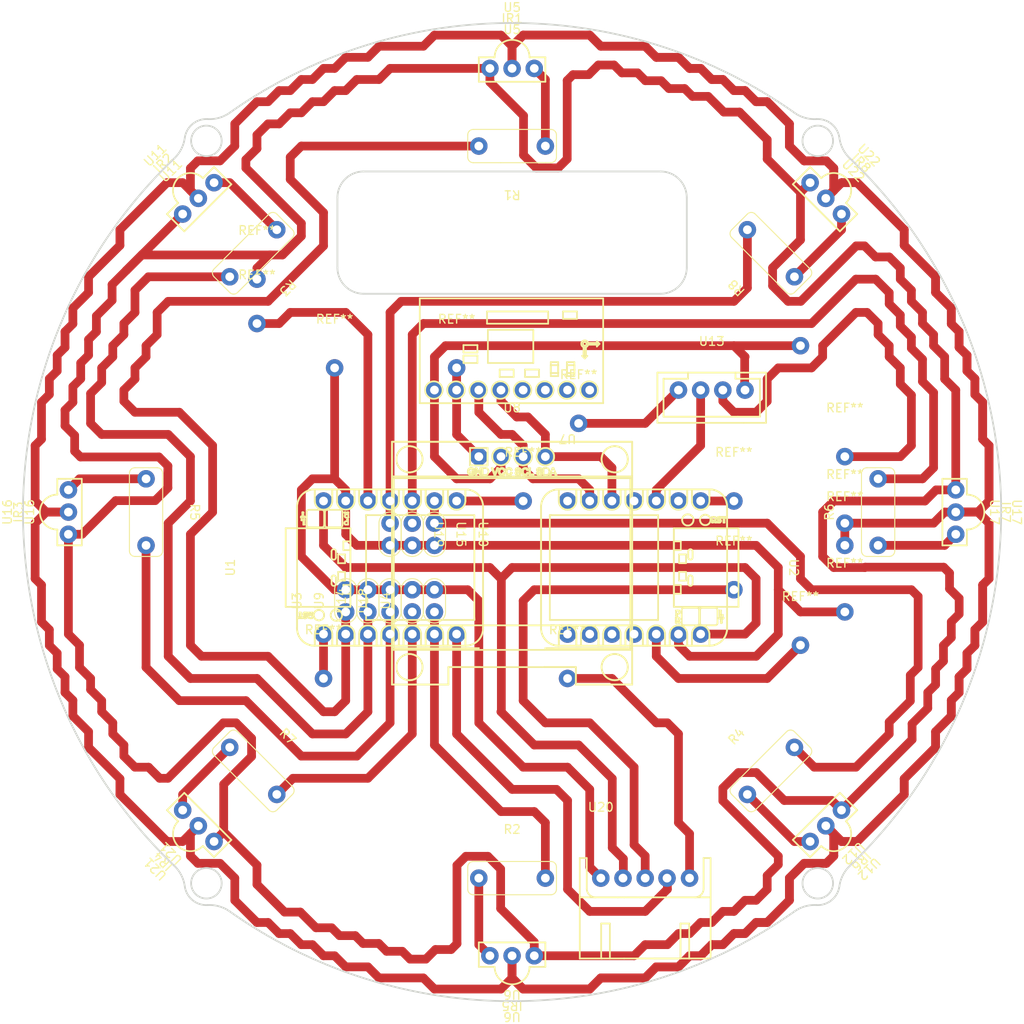
<source format=kicad_pcb>
(kicad_pcb (version 20211014) (generator pcbnew)
  (layers (0 "F.Cu" signal) (31 "B.Cu" signal) (34 "B.Paste" user) (35 "F.Paste" user) (36 "B.SilkS" user "B.Silkscreen") (37 "F.SilkS" user "F.Silkscreen") (38 "B.Mask" user) (39 "F.Mask" user) (44 "Edge.Cuts" user))
  (net 0 "")
  (net 1 "Net-(R1-Pad1)")
  (net 2 "IR1")
  (net 3 "Net-(R2-Pad1)")
  (net 4 "IR5")
  (net 5 "Net-(R3-Pad1)")
  (net 6 "IR2")
  (net 7 "Net-(R4-Pad1)")
  (net 8 "IR6")
  (net 9 "Net-(R5-Pad1)")
  (net 10 "IR3")
  (net 11 "Net-(R6-Pad1)")
  (net 12 "IR7")
  (net 13 "Net-(R7-Pad1)")
  (net 14 "IR4")
  (net 15 "Net-(R8-Pad1)")
  (net 16 "IR8")
  (net 17 "+3.3V")
  (net 18 "ジャイロリセット")
  (net 19 "GND")
  (net 20 "+5V")
  (net 21 "+3V3")
  (net 22 "IR＿DAC")
  (net 25 "ジャイロ＿DAC")
  (net 26 "IR可変抵抗")
  (net 27 "dist_out")
  (net 28 "LCD＿SDA")
  (net 29 "LCD＿SCL")
  (footprint "自分のフットプリント:セラミックコンデンサー" (layer "F.Cu") (at -21.59 10.16 90)
    (fp_text reference "U9")
    (fp_text value "セラミックコンデンサー2")
  )
  (footprint "自分のフットプリント:抵抗" (layer "F.Cu") (at 26.042743 -26.042743 135)
    (fp_text reference "R8")
    (fp_text value "R")
  )
  (footprint "自分のフットプリント:ジャンパ線" (layer "F.Cu") (at 6.35 13.97)
    (fp_text reference "REF**")
    (fp_text value "ジャンパ線")
  )
  (footprint "自分のフットプリント:ジャンパ線" (layer "F.Cu") (at 38.1 6.35)
    (fp_text reference "REF**")
    (fp_text value "ジャンパ線")
  )
  (footprint "自分のフットプリント:ジャンパ線" (layer "F.Cu") (at 38.1 -3.81)
    (fp_text reference "REF**")
    (fp_text value "ジャンパ線")
  )
  (footprint "自分のフットプリント:セラミックコンデンサー" (layer "F.Cu") (at -3.81 2.54 -90)
    (fp_text reference "U10")
    (fp_text value "セラミックコンデンサー6")
  )
  (footprint "自分のフットプリント:ジャンパ線" (layer "F.Cu") (at -29.21 -31.75)
    (fp_text reference "REF**")
    (fp_text value "ジャンパ線")
  )
  (footprint "自分のフットプリント:SSD1306" (layer "F.Cu") (at 0 -11.43)
    (fp_text reference "U8")
    (fp_text value "SSD1306")
  )
  (footprint "自分のフットプリント:抵抗" (layer "F.Cu") (at -26.042743 -26.042743 -135)
    (fp_text reference "R3")
    (fp_text value "R")
  )
  (footprint "自分のフットプリント:IR素子" (layer "F.Cu") (at 40.860165 -40.860165 -45)
    (fp_text reference "U22")
    (fp_text value "IR8")
  )
  (footprint "自分のフットプリント:ジャンパ線" (layer "F.Cu") (at 38.1 -11.43)
    (fp_text reference "REF**")
    (fp_text value "ジャンパ線")
  )
  (footprint "自分のフットプリント:セラミックコンデンサー" (layer "F.Cu") (at -16.51 10.16 90)
    (fp_text reference "U18")
    (fp_text value "セラミックコンデンサー4")
  )
  (footprint "自分のフットプリント:抵抗" (layer "F.Cu") (at 0 36.83)
    (fp_text reference "R2")
    (fp_text value "R")
  )
  (footprint "自分のフットプリント:セラミックコンデンサー" (layer "F.Cu") (at -8.89 2.54 -90)
    (fp_text reference "U19")
    (fp_text value "セラミックコンデンサー8")
  )
  (footprint "自分のフットプリント:抵抗" (layer "F.Cu") (at -26.042743 26.042743 -45)
    (fp_text reference "R7")
    (fp_text value "R")
  )
  (footprint "自分のフットプリント:IR素子" (layer "F.Cu") (at -40.860165 -40.860165 45)
    (fp_text reference "U11")
    (fp_text value "IR2")
  )
  (footprint "自分のフットプリント:セラミックコンデンサー" (layer "F.Cu") (at -13.97 10.16 90)
    (fp_text reference "U4")
    (fp_text value "セラミックコンデンサー5")
  )
  (footprint "自分のフットプリント:ジャンパ線" (layer "F.Cu") (at 7.62 -15.24)
    (fp_text reference "REF**")
    (fp_text value "ジャンパ線")
  )
  (footprint "自分のフットプリント:IR素子" (layer "F.Cu") (at 0 57.785 180)
    (fp_text reference "U6")
    (fp_text value "IR5")
  )
  (footprint "自分のフットプリント:ジャンパ線" (layer "F.Cu") (at -29.21 -26.67)
    (fp_text reference "REF**")
    (fp_text value "ジャンパ線")
  )
  (footprint "自分のフットプリント:抵抗" (layer "F.Cu") (at -36.83 0 -90)
    (fp_text reference "R5")
    (fp_text value "R")
  )
  (footprint "自分のフットプリント:IR素子" (layer "F.Cu") (at 40.860165 40.860165 -135)
    (fp_text reference "U12")
    (fp_text value "IR6")
  )
  (footprint "自分のフットプリント:セラミックコンデンサー" (layer "F.Cu") (at -24.13 10.16 90)
    (fp_text reference "U3")
    (fp_text value "セラミックコンデンサー1")
  )
  (footprint "自分のフットプリント:ジャンパ線" (layer "F.Cu") (at -21.59 13.97)
    (fp_text reference "REF**")
    (fp_text value "ジャンパ線")
  )
  (footprint "自分のフットプリント:IR素子" (layer "F.Cu") (at 0 -57.785)
    (fp_text reference "U5")
    (fp_text value "IR1")
  )
  (footprint "自分のフットプリント:IR素子" (layer "F.Cu") (at -40.860165 40.860165 135)
    (fp_text reference "U21")
    (fp_text value "IR4")
  )
  (footprint "自分のフットプリント:seeeduino-xiaoマイコン" (layer "F.Cu") (at 31.75 6.35 -90)
    (fp_text reference "U2")
    (fp_text value "ジャイロ・LCD制御用")
  )
  (footprint "自分のフットプリント:BNO055V2" (layer "F.Cu") (at 6.35 -8.89 180)
    (fp_text reference "U7")
    (fp_text value "BNO055V2")
  )
  (footprint "自分のフットプリント:seeeduino-xiaoマイコン" (layer "F.Cu") (at -31.75 6.35 90)
    (fp_text reference "U1")
    (fp_text value "IR制御用")
  )
  (footprint "自分のフットプリント:ジャンパ線" (layer "F.Cu") (at -20.32 -21.59)
    (fp_text reference "REF**")
    (fp_text value "ジャンパ線")
  )
  (footprint "自分のフットプリント:抵抗" (layer "F.Cu") (at 26.042743 26.042743 45)
    (fp_text reference "R4")
    (fp_text value "R")
  )
  (footprint "自分のフットプリント:ジャンパ線" (layer "F.Cu") (at 33.02 10.16)
    (fp_text reference "REF**")
    (fp_text value "ジャンパ線")
  )
  (footprint "自分のフットプリント:抵抗" (layer "F.Cu") (at 36.83 0 90)
    (fp_text reference "R6")
    (fp_text value "R")
  )
  (footprint "自分のフットプリント:IR素子" (layer "F.Cu") (at 57.785 0 -90)
    (fp_text reference "U17")
    (fp_text value "IR7")
  )
  (footprint "" (layer "F.Cu") (at 33.02 -19.05)
    (fp_text reference "")
    (fp_text value "")
  )
  (footprint "自分のフットプリント:IR素子" (layer "F.Cu") (at -57.785 0 90)
    (fp_text reference "U16")
    (fp_text value "IR3")
  )
  (footprint "自分のフットプリント:セラミックコンデンサー" (layer "F.Cu") (at -6.35 2.54 -90)
    (fp_text reference "U15")
    (fp_text value "セラミックコンデンサー7")
  )
  (footprint "自分のフットプリント:ジャンパ線" (layer "F.Cu") (at -6.35 -21.59)
    (fp_text reference "REF**")
    (fp_text value "ジャンパ線")
  )
  (footprint "自分のフットプリント:ジャンパ線" (layer "F.Cu") (at 1.27 -6.35)
    (fp_text reference "REF**")
    (fp_text value "ジャンパ線")
  )
  (footprint "自分のフットプリント:ジャンパ線" (layer "F.Cu") (at 38.1 -1.27)
    (fp_text reference "REF**")
    (fp_text value "ジャンパ線")
  )
  (footprint "自分のフットプリント:コネクター4ピン" (layer "F.Cu") (at 22.86 -19.05)
    (fp_text reference "U13")
    (fp_text value "コネクター4ピン")
  )
  (footprint "自分のフットプリント:ジャンパ線" (layer "F.Cu") (at 25.4 -6.35)
    (fp_text reference "REF**")
    (fp_text value "ジャンパ線")
  )
  (footprint "自分のフットプリント:L字コネクター5ピン" (layer "F.Cu") (at 10.16 34.29)
    (fp_text reference "U20")
    (fp_text value "コネクター5ピン")
  )
  (footprint "自分のフットプリント:抵抗" (layer "F.Cu") (at 0 -36.83 180)
    (fp_text reference "R1")
    (fp_text value "R")
  )
  (footprint "自分のフットプリント:ジャンパ線" (layer "F.Cu") (at 25.4 3.81)
    (fp_text reference "REF**")
    (fp_text value "ジャンパ線")
  )
  (footprint "自分のフットプリント:セラミックコンデンサー" (layer "F.Cu") (at -19.05 10.16 90)
    (fp_text reference "U14")
    (fp_text value "セラミックコンデンサー3")
  )
  (gr_arc (start -37.476355 -42.842998) (mid -37.877759 -41.569468) (end -38.675961 -40.499009) (layer "Edge.Cuts") (width 0.2))
  (gr_line (start -16.999996 -39.000001) (end 17.000004 -39.000001) (layer "Edge.Cuts") (width 0.2))
  (gr_arc (start 32.331269 45.724059) (mid 0.000001 56.000002) (end -32.331266 45.724055) (layer "Edge.Cuts") (width 0.2))
  (gr_arc (start 34.861788 -44.996181) (mid 36.58927 -44.42983) (end 37.476361 -42.843004) (layer "Edge.Cuts") (width 0.2))
  (gr_arc (start -34.861785 44.996176) (mid -33.534908 45.145909) (end -32.331266 45.724055) (layer "Edge.Cuts") (width 0.2))
  (gr_circle (center -35 42.5) (end -36.75 42.5) (layer "Edge.Cuts") (width 0.2) (fill none))
  (gr_arc (start 17.000004 -39.000001) (mid 19.121325 -38.121322) (end 20.000004 -36.000001) (layer "Edge.Cuts") (width 0.2))
  (gr_arc (start 20.000004 -28) (mid 19.121325 -25.878679) (end 17.000004 -25) (layer "Edge.Cuts") (width 0.2))
  (gr_line (start 20.000004 -36.000001) (end 20.000004 -28) (layer "Edge.Cuts") (width 0.2))
  (gr_arc (start 38.675964 -40.49901) (mid 56.000002 0) (end 38.675964 40.49901) (layer "Edge.Cuts") (width 0.2))
  (gr_line (start 17.000004 -25) (end -16.999996 -25) (layer "Edge.Cuts") (width 0.2))
  (gr_arc (start -16.999996 -25) (mid -19.121316 -25.87868) (end -19.999996 -28) (layer "Edge.Cuts") (width 0.2))
  (gr_arc (start -32.331266 -45.724055) (mid 0.000001 -56.000002) (end 32.331269 -45.724059) (layer "Edge.Cuts") (width 0.2))
  (gr_arc (start -38.675963 40.49901) (mid -37.87775 41.569463) (end -37.476358 42.842999) (layer "Edge.Cuts") (width 0.2))
  (gr_arc (start -38.675963 40.49901) (mid -55.999998 0) (end -38.675963 -40.49901) (layer "Edge.Cuts") (width 0.2))
  (gr_line (start -19.999996 -36.000001) (end -19.999996 -28) (layer "Edge.Cuts") (width 0.2))
  (gr_arc (start -34.861785 44.996176) (mid -36.589265 44.429824) (end -37.476358 42.842999) (layer "Edge.Cuts") (width 0.2))
  (gr_circle (center -35 -42.5) (end -36.75 -42.5) (layer "Edge.Cuts") (width 0.2) (fill none))
  (gr_arc (start 37.476358 42.843003) (mid 37.877758 41.56947) (end 38.675964 40.499013) (layer "Edge.Cuts") (width 0.2))
  (gr_circle (center 35.000002 42.500004) (end 33.250001 42.500004) (layer "Edge.Cuts") (width 0.2) (fill none))
  (gr_arc (start -37.476358 -42.842999) (mid -36.589268 -44.429827) (end -34.861785 -44.996176) (layer "Edge.Cuts") (width 0.2))
  (gr_arc (start 37.476361 42.843004) (mid 36.58927 44.42983) (end 34.861788 44.996181) (layer "Edge.Cuts") (width 0.2))
  (gr_arc (start 38.675966 -40.499015) (mid 37.877761 -41.569471) (end 37.476361 -42.843004) (layer "Edge.Cuts") (width 0.2))
  (gr_arc (start -19.999996 -36.000001) (mid -19.121316 -38.121321) (end -16.999996 -39.000001) (layer "Edge.Cuts") (width 0.2))
  (gr_arc (start 32.331269 45.724059) (mid 33.534919 45.145929) (end 34.861788 44.996181) (layer "Edge.Cuts") (width 0.2))
  (gr_circle (center 35.000002 -42.500004) (end 33.250007 -42.500004) (layer "Edge.Cuts") (width 0.2) (fill none))
  (gr_arc (start -32.331266 -45.724055) (mid -33.534918 -45.145945) (end -34.861785 -44.996176) (layer "Edge.Cuts") (width 0.2))
  (gr_arc (start 34.861788 -44.996181) (mid 33.534919 -45.145929) (end 32.331269 -45.724059) (layer "Edge.Cuts") (width 0.2))
  (segment (start 2.54 -50.799999) (end 3.81 -49.529999) (width 1) (layer "F.Cu") (net 1))
  (segment (start 3.81 -49.529999) (end 3.81 -41.91) (width 1) (layer "F.Cu") (net 1))
  (segment (start -25.4 -40.64) (end -25.4 -38.1) (width 1) (layer "F.Cu") (net 2))
  (segment (start -43.18 -11.43) (end -38.1 -11.43) (width 1) (layer "F.Cu") (net 2))
  (segment (start -41.91 -19.05) (end -41.91 -17.78) (width 1) (layer "F.Cu") (net 2))
  (segment (start -3.81 -41.91) (end -24.13 -41.91) (width 1) (layer "F.Cu") (net 2))
  (segment (start -40.64 -20.32) (end -41.91 -19.05) (width 1) (layer "F.Cu") (net 2))
  (segment (start -21.59 22.86) (end -20.32 22.86) (width 1) (layer "F.Cu") (net 2))
  (segment (start -36.83 15.24) (end -35.56 16.51) (width 1) (layer "F.Cu") (net 2))
  (segment (start -43.18 -16.51) (end -43.18 -15.24) (width 1) (layer "F.Cu") (net 2))
  (segment (start -21.59 -30.48) (end -27.94 -24.13) (width 1) (layer "F.Cu") (net 2))
  (segment (start -40.64 -22.86) (end -40.64 -20.32) (width 1) (layer "F.Cu") (net 2))
  (segment (start -24.13 -41.91) (end -25.4 -40.64) (width 1) (layer "F.Cu") (net 2))
  (segment (start -38.1 -11.43) (end -34.29 -7.62) (width 1) (layer "F.Cu") (net 2))
  (segment (start -36.83 2.54) (end -36.83 15.24) (width 1) (layer "F.Cu") (net 2))
  (segment (start -41.91 -17.78) (end -43.18 -16.51) (width 1) (layer "F.Cu") (net 2))
  (segment (start -21.59 -34.29) (end -21.59 -30.48) (width 1) (layer "F.Cu") (net 2))
  (segment (start -44.45 -12.7) (end -43.18 -11.43) (width 1) (layer "F.Cu") (net 2))
  (segment (start -20.32 22.86) (end -19.05 21.59) (width 1) (layer "F.Cu") (net 2))
  (segment (start -19.05 21.59) (end -19.05 13.97) (width 1) (layer "F.Cu") (net 2))
  (segment (start -34.29 0) (end -36.83 2.54) (width 1) (layer "F.Cu") (net 2))
  (segment (start -25.4 -38.1) (end -21.59 -34.29) (width 1) (layer "F.Cu") (net 2))
  (segment (start -19.05 11.43) (end -19.05 13.97) (width 1) (layer "F.Cu") (net 2))
  (segment (start -44.45 -13.97) (end -44.45 -12.7) (width 1) (layer "F.Cu") (net 2))
  (segment (start -35.56 16.51) (end -27.94 16.51) (width 1) (layer "F.Cu") (net 2))
  (segment (start -27.94 16.51) (end -21.59 22.86) (width 1) (layer "F.Cu") (net 2))
  (segment (start -34.29 -7.62) (end -34.29 0) (width 1) (layer "F.Cu") (net 2))
  (segment (start -27.94 -24.13) (end -39.37 -24.13) (width 1) (layer "F.Cu") (net 2))
  (segment (start -43.18 -15.24) (end -44.45 -13.97) (width 1) (layer "F.Cu") (net 2))
  (segment (start -39.37 -24.13) (end -40.64 -22.86) (width 1) (layer "F.Cu") (net 2))
  (segment (start -3.81 49.53) (end -3.81 41.910001) (width 1) (layer "F.Cu") (net 3))
  (segment (start -2.54 50.8) (end -3.81 49.53) (width 1) (layer "F.Cu") (net 3))
  (segment (start -8.89 26.67) (end -1.27 34.29) (width 1) (layer "F.Cu") (net 4))
  (segment (start 2.54 34.29) (end 3.81 35.56) (width 1) (layer "F.Cu") (net 4))
  (segment (start 3.81 35.56) (end 3.81 41.91) (width 1) (layer "F.Cu") (net 4))
  (segment (start -8.89 11.43) (end -8.89 13.97) (width 1) (layer "F.Cu") (net 4))
  (segment (start -8.89 13.97) (end -8.89 26.67) (width 1) (layer "F.Cu") (net 4))
  (segment (start -1.27 34.29) (end 2.54 34.29) (width 1) (layer "F.Cu") (net 4))
  (segment (start -32.328922 -37.717075) (end -26.940769 -32.328922) (width 1) (layer "F.Cu") (net 5))
  (segment (start -34.124973 -37.717075) (end -32.328922 -37.717075) (width 1) (layer "F.Cu") (net 5))
  (segment (start -46.99 -16.51) (end -45.72 -17.78) (width 1) (layer "F.Cu") (net 6))
  (segment (start -16.51 22.86) (end -19.05 25.4) (width 1) (layer "F.Cu") (net 6))
  (segment (start -29.21 19.05) (end -36.83 19.05) (width 1) (layer "F.Cu") (net 6))
  (segment (start -19.05 25.4) (end -22.86 25.4) (width 1) (layer "F.Cu") (net 6))
  (segment (start -36.83 19.05) (end -39.37 16.51) (width 1) (layer "F.Cu") (net 6))
  (segment (start -39.37 -8.89) (end -46.99 -8.89) (width 1) (layer "F.Cu") (net 6))
  (segment (start -43.18 -22.86) (end -43.18 -25.4) (width 1) (layer "F.Cu") (net 6))
  (segment (start -39.37 1.27) (end -36.83 -1.27) (width 1) (layer "F.Cu") (net 6))
  (segment (start -43.18 -25.4) (end -41.639231 -26.940769) (width 1) (layer "F.Cu") (net 6))
  (segment (start -16.51 13.97) (end -16.51 22.86) (width 1) (layer "F.Cu") (net 6))
  (segment (start -46.99 -8.89) (end -48.26 -10.16) (width 1) (layer "F.Cu") (net 6))
  (segment (start -36.83 -1.27) (end -36.83 -6.35) (width 1) (layer "F.Cu") (net 6))
  (segment (start -36.83 -6.35) (end -39.37 -8.89) (width 1) (layer "F.Cu") (net 6))
  (segment (start -48.26 -13.569417) (end -46.99 -14.839416) (width 1) (layer "F.Cu") (net 6))
  (segment (start -48.26 -10.16) (end -48.26 -13.569417) (width 1) (layer "F.Cu") (net 6))
  (segment (start -22.86 25.4) (end -29.21 19.05) (width 1) (layer "F.Cu") (net 6))
  (segment (start -45.72 -19.05) (end -44.45 -20.32) (width 1) (layer "F.Cu") (net 6))
  (segment (start -16.51 11.43) (end -16.51 13.97) (width 1) (layer "F.Cu") (net 6))
  (segment (start -39.37 16.51) (end -39.37 1.27) (width 1) (layer "F.Cu") (net 6))
  (segment (start -44.45 -20.32) (end -44.45 -21.59) (width 1) (layer "F.Cu") (net 6))
  (segment (start -41.639231 -26.940769) (end -32.328922 -26.940769) (width 1) (layer "F.Cu") (net 6))
  (segment (start -44.45 -21.59) (end -43.18 -22.86) (width 1) (layer "F.Cu") (net 6))
  (segment (start -46.99 -14.839416) (end -46.99 -16.51) (width 1) (layer "F.Cu") (net 6))
  (segment (start -45.72 -17.78) (end -45.72 -19.05) (width 1) (layer "F.Cu") (net 6))
  (segment (start 34.124973 37.717076) (end 32.328922 37.717076) (width 1) (layer "F.Cu") (net 7))
  (segment (start 32.328922 37.717076) (end 26.940769 32.328923) (width 1) (layer "F.Cu") (net 7))
  (segment (start 45.595357 21.622215) (end 45.595357 18.678026) (width 1) (layer "F.Cu") (net 8))
  (segment (start 46.493383 9.663383) (end 45.72 8.89) (width 1) (layer "F.Cu") (net 8))
  (segment (start 32.328922 26.940769) (end 34.598153 29.21) (width 1) (layer "F.Cu") (net 8))
  (segment (start -8.89 -1.27) (end -8.89 1.27) (width 1) (layer "F.Cu") (net 8))
  (segment (start 43.18 24.037572) (end 45.595357 21.622215) (width 1) (layer "F.Cu") (net 8))
  (segment (start 46.493383 17.78) (end 46.493383 9.663383) (width 1) (layer "F.Cu") (net 8))
  (segment (start 43.18 25.4) (end 43.18 24.037572) (width 1) (layer "F.Cu") (net 8))
  (segment (start 29.21 1.27) (end -8.89 1.27) (width 1) (layer "F.Cu") (net 8))
  (segment (start 45.595357 18.678026) (end 46.493383 17.78) (width 1) (layer "F.Cu") (net 8))
  (segment (start 39.37 29.21) (end 43.18 25.4) (width 1) (layer "F.Cu") (net 8))
  (segment (start 45.72 8.89) (end 34.29 8.89) (width 1) (layer "F.Cu") (net 8))
  (segment (start 33.02 7.62) (end 33.02 5.08) (width 1) (layer "F.Cu") (net 8))
  (segment (start 34.29 8.89) (end 33.02 7.62) (width 1) (layer "F.Cu") (net 8))
  (segment (start 33.02 5.08) (end 29.21 1.27) (width 1) (layer "F.Cu") (net 8))
  (segment (start 34.598153 29.21) (end 39.37 29.21) (width 1) (layer "F.Cu") (net 8))
  (segment (start -49.529999 -3.81) (end -41.91 -3.81) (width 1) (layer "F.Cu") (net 9))
  (segment (start -50.799999 -2.54) (end -49.529999 -3.81) (width 1) (layer "F.Cu") (net 9))
  (segment (start -24.13 27.94) (end -30.48 21.59) (width 1) (layer "F.Cu") (net 10))
  (segment (start -38.1 21.59) (end -41.91 17.78) (width 1) (layer "F.Cu") (net 10))
  (segment (start -13.97 24.13) (end -17.78 27.94) (width 1) (layer "F.Cu") (net 10))
  (segment (start -41.91 17.78) (end -41.91 3.81) (width 1) (layer "F.Cu") (net 10))
  (segment (start -30.48 21.59) (end -38.1 21.59) (width 1) (layer "F.Cu") (net 10))
  (segment (start -13.97 11.43) (end -13.97 13.97) (width 1) (layer "F.Cu") (net 10))
  (segment (start -17.78 27.94) (end -24.13 27.94) (width 1) (layer "F.Cu") (net 10))
  (segment (start -13.97 13.97) (end -13.97 24.13) (width 1) (layer "F.Cu") (net 10))
  (segment (start 49.529999 3.81) (end 41.91 3.81) (width 1) (layer "F.Cu") (net 11))
  (segment (start 50.799999 2.54) (end 49.529999 3.81) (width 1) (layer "F.Cu") (net 11))
  (segment (start -11.43 -20.32) (end -11.43 -1.27) (width 1) (layer "F.Cu") (net 12))
  (segment (start 43.18 -25.111572) (end 41.621572 -26.67) (width 1) (layer "F.Cu") (net 12))
  (segment (start 41.621572 -26.67) (end 39.37 -26.67) (width 1) (layer "F.Cu") (net 12))
  (segment (start 43.18 -23.841574) (end 43.18 -25.111572) (width 1) (layer "F.Cu") (net 12))
  (segment (start 46.99 -14.951572) (end 46.99 -17.491573) (width 1) (layer "F.Cu") (net 12))
  (segment (start 48.26 -5.08) (end 48.26 -13.681572) (width 1) (layer "F.Cu") (net 12))
  (segment (start 34.29 -21.59) (end -10.16 -21.59) (width 1) (layer "F.Cu") (net 12))
  (segment (start 45.72 -20.031573) (end 44.45 -21.301573) (width 1) (layer "F.Cu") (net 12))
  (segment (start 48.26 -13.681572) (end 46.99 -14.951572) (width 1) (layer "F.Cu") (net 12))
  (segment (start 44.45 -22.571574) (end 43.18 -23.841574) (width 1) (layer "F.Cu") (net 12))
  (segment (start -11.43 -1.27) (end -11.43 1.27) (width 1) (layer "F.Cu") (net 12))
  (segment (start -10.16 -21.59) (end -11.43 -20.32) (width 1) (layer "F.Cu") (net 12))
  (segment (start 45.72 -18.761573) (end 45.72 -20.031573) (width 1) (layer "F.Cu") (net 12))
  (segment (start 41.91 -3.81) (end 46.99 -3.81) (width 1) (layer "F.Cu") (net 12))
  (segment (start 39.37 -26.67) (end 34.29 -21.59) (width 1) (layer "F.Cu") (net 12))
  (segment (start 46.99 -17.491573) (end 45.72 -18.761573) (width 1) (layer "F.Cu") (net 12))
  (segment (start 44.45 -21.301573) (end 44.45 -22.571574) (width 1) (layer "F.Cu") (net 12))
  (segment (start 46.99 -3.81) (end 48.26 -5.08) (width 1) (layer "F.Cu") (net 12))
  (segment (start -37.717076 34.124973) (end -37.717076 32.328922) (width 1) (layer "F.Cu") (net 13))
  (segment (start -37.717076 32.328922) (end -32.328923 26.940769) (width 1) (layer "F.Cu") (net 13))
  (segment (start -11.43 11.43) (end -11.43 13.97) (width 1) (layer "F.Cu") (net 14))
  (segment (start -11.43 25.4) (end -11.43 13.97) (width 1) (layer "F.Cu") (net 14))
  (segment (start -16.51 30.48) (end -11.43 25.4) (width 1) (layer "F.Cu") (net 14))
  (segment (start -25.091847 30.48) (end -16.51 30.48) (width 1) (layer "F.Cu") (net 14))
  (segment (start -26.940769 32.328922) (end -25.091847 30.48) (width 1) (layer "F.Cu") (net 14))
  (segment (start 37.717075 -32.328921) (end 32.328922 -26.940768) (width 1) (layer "F.Cu") (net 15))
  (segment (start 37.717075 -34.124973) (end 37.717075 -32.328921) (width 1) (layer "F.Cu") (net 15))
  (segment (start -13.97 -1.27) (end -13.97 -22.86) (width 1) (layer "F.Cu") (net 16))
  (segment (start -13.97 -1.27) (end -13.97 1.27) (width 1) (layer "F.Cu") (net 16))
  (segment (start 25.4 -24.13) (end 26.940769 -25.670769) (width 1) (layer "F.Cu") (net 16))
  (segment (start -12.7 -24.13) (end 25.4 -24.13) (width 1) (layer "F.Cu") (net 16))
  (segment (start -13.97 -22.86) (end -12.7 -24.13) (width 1) (layer "F.Cu") (net 16))
  (segment (start 26.940769 -25.670769) (end 26.940769 -32.328922) (width 1) (layer "F.Cu") (net 16))
  (segment (start -7.62 -19.05) (end -8.89 -17.78) (width 1) (layer "F.Cu") (net 17))
  (segment (start -6.35 -3.81) (end -8.89 -6.35) (width 1) (layer "F.Cu") (net 17))
  (segment (start 19.05 19.05) (end 29.21 19.05) (width 1) (layer "F.Cu") (net 17))
  (segment (start -1.27 -5.08) (end -2.54 -3.81) (width 1) (layer "F.Cu") (net 17))
  (segment (start -8.89 -6.35) (end -8.89 -13.97) (width 1) (layer "F.Cu") (net 17))
  (segment (start 29.21 19.05) (end 33.02 15.24) (width 1) (layer "F.Cu") (net 17))
  (segment (start 25.4 -19.05) (end 33.02 -19.05) (width 1) (layer "F.Cu") (net 17))
  (segment (start 25.4 -19.05) (end -7.62 -19.05) (width 1) (layer "F.Cu") (net 17))
  (segment (start 16.51 16.51) (end 19.05 19.05) (width 1) (layer "F.Cu") (net 17))
  (segment (start -1.27 -6.35) (end -1.27 -5.08) (width 1) (layer "F.Cu") (net 17))
  (segment (start -2.54 -3.81) (end -6.35 -3.81) (width 1) (layer "F.Cu") (net 17))
  (segment (start -8.89 -17.78) (end -8.89 -13.97) (width 1) (layer "F.Cu") (net 17))
  (segment (start 26.63 -17.74) (end 26.67 -17.78) (width 1) (layer "F.Cu") (net 17))
  (segment (start 16.51 13.97) (end 16.51 16.51) (width 1) (layer "F.Cu") (net 17))
  (segment (start 26.67 -17.78) (end 25.4 -19.05) (width 1) (layer "F.Cu") (net 17))
  (segment (start 26.63 -13.97) (end 26.63 -17.74) (width 1) (layer "F.Cu") (net 17))
  (segment (start 21.59 -7.62) (end 16.51 -2.54) (width 1) (layer "F.Cu") (net 18))
  (segment (start 16.51 -2.54) (end 16.51 -1.27) (width 1) (layer "F.Cu") (net 18))
  (segment (start 21.59 -13.97) (end 21.59 -7.62) (width 1) (layer "F.Cu") (net 18))
  (segment (start 33.442925 40.217075) (end 35.982925 40.217075) (width 1) (layer "F.Cu") (net 19))
  (segment (start -19.05 -1.27) (end -19.05 -2.54) (width 1) (layer "F.Cu") (net 19))
  (segment (start -31.75 -41.91) (end -33.442925 -40.217075) (width 1) (layer "F.Cu") (net 19))
  (segment (start -20.32 -50.8) (end -21.59 -50.8) (width 1) (layer "F.Cu") (net 19))
  (segment (start -39.513127 37.717076) (end -44.901281 32.328922) (width 1) (layer "F.Cu") (net 19))
  (segment (start 54.61 -1.27) (end 53.34 0) (width 1) (layer "F.Cu") (net 19))
  (segment (start -22.86 -49.53) (end -24.13 -49.53) (width 1) (layer "F.Cu") (net 19))
  (segment (start 52.085486 16.164461) (end 52.983511 15.266435) (width 1) (layer "F.Cu") (net 19))
  (segment (start -27.94 46.99) (end -29.21 46.99) (width 1) (layer "F.Cu") (net 19))
  (segment (start 51.18746 -20.654589) (end 51.18746 -18.858538) (width 1) (layer "F.Cu") (net 19))
  (segment (start -33.442925 -40.217075) (end -35.982925 -40.217075) (width 1) (layer "F.Cu") (net 19))
  (segment (start 41.91 -20.32) (end 43.18 -19.05) (width 1) (layer "F.Cu") (net 19))
  (segment (start 31.75 41.91) (end 33.442925 40.217075) (width 1) (layer "F.Cu") (net 19))
  (segment (start 45.72 -7.62) (end 44.45 -6.35) (width 1) (layer "F.Cu") (net 19))
  (segment (start -1.27 54.61) (end -8.89 54.61) (width 1) (layer "F.Cu") (net 19))
  (segment (start 52.983511 15.266435) (end 52.983511 13.470384) (width 1) (layer "F.Cu") (net 19))
  (segment (start -6.35 -13.97) (end -6.35 -8.89) (width 1) (layer "F.Cu") (net 19))
  (segment (start 25.4 -48.26) (end 26.67 -48.26) (width 1) (layer "F.Cu") (net 19))
  (segment (start 44.45 -14.663144) (end 45.72 -13.393144) (width 1) (layer "F.Cu") (net 19))
  (segment (start -10.16 53.34) (end -15.24 53.34) (width 1) (layer "F.Cu") (net 19))
  (segment (start 36.83 39.37) (end 36.83 36.83) (width 1) (layer "F.Cu") (net 19))
  (segment (start 35.982925 -40.217075) (end 36.83 -39.37) (width 1) (layer "F.Cu") (net 19))
  (segment (start -25.4 48.26) (end -26.67 48.26) (width 1) (layer "F.Cu") (net 19))
  (segment (start -48.493383 26.940768) (end -48.493383 25.144717) (width 1) (layer "F.Cu") (net 19))
  (segment (start -52.983511 13.470384) (end -53.881537 12.572359) (width 1) (layer "F.Cu") (net 19))
  (segment (start 48.493383 -26.940768) (end 48.493383 -25.144717) (width 1) (layer "F.Cu") (net 19))
  (segment (start 21.59 -50.8) (end 22.86 -49.53) (width 1) (layer "F.Cu") (net 19))
  (segment (start -51.18746 -20.654589) (end -51.18746 -18.858538) (width 1) (layer "F.Cu") (net 19))
  (segment (start -29.21 -46.99) (end -31.75 -44.45) (width 1) (layer "F.Cu") (net 19))
  (segment (start 1.27 54.61) (end 8.89 54.61) (width 1) (layer "F.Cu") (net 19))
  (segment (start 29.21 -46.99) (end 31.75 -44.45) (width 1) (layer "F.Cu") (net 19))
  (segment (start 48.493383 25.144717) (end 50.289434 23.348666) (width 1) (layer "F.Cu") (net 19))
  (segment (start 44.45 -6.35) (end 38.1 -6.35) (width 1) (layer "F.Cu") (net 19))
  (segment (start 15.24 53.34) (end 16.51 52.07) (width 1) (layer "F.Cu") (net 19))
  (segment (start 27.94 -11.43) (end 29.21 -12.7) (width 1) (layer "F.Cu") (net 19))
  (segment (start 30.48 -16.51) (end 29.21 -15.24) (width 1) (layer "F.Cu") (net 19))
  (segment (start 33.442925 -40.217075) (end 35.982925 -40.217075) (width 1) (layer "F.Cu") (net 19))
  (segment (start 52.983511 13.470384) (end 53.881537 12.572359) (width 1) (layer "F.Cu") (net 19))
  (segment (start -35.921024 -35.921024) (end -37.717076 -37.717076) (width 1) (layer "F.Cu") (net 19))
  (segment (start 8.89 40.64) (end 8.89 31.75) (width 1) (layer "F.Cu") (net 19))
  (segment (start 34.29 -16.51) (end 30.48 -16.51) (width 1) (layer "F.Cu") (net 19))
  (segment (start 15.24 53.34) (end 16.51 52.07) (width 1) (layer "F.Cu") (net 19))
  (segment (start 29.21 46.99) (end 31.75 44.45) (width 1) (layer "F.Cu") (net 19))
  (segment (start -22.86 49.53) (end -24.13 49.53) (width 1) (layer "F.Cu") (net 19))
  (segment (start -24.13 49.53) (end -25.4 48.26) (width 1) (layer "F.Cu") (net 19))
  (segment (start -20.32 8.89) (end -24.13 5.08) (width 1) (layer "F.Cu") (net 19))
  (segment (start 54.61 -7.62) (end 54.61 -1.27) (width 1) (layer "F.Cu") (net 19))
  (segment (start -52.085486 -17.960512) (end -52.085486 -16.164461) (width 1) (layer "F.Cu") (net 19))
  (segment (start 51.18746 -18.858538) (end 52.085486 -17.960512) (width 1) (layer "F.Cu") (net 19))
  (segment (start 0 53.34) (end 1.27 54.61) (width 1) (layer "F.Cu") (net 19))
  (segment (start -20.32 50.8) (end -21.59 50.8) (width 1) (layer "F.Cu") (net 19))
  (segment (start 39.513127 -37.717076) (end 44.901281 -32.328922) (width 1) (layer "F.Cu") (net 19))
  (segment (start 20.32 16.51) (end 27.94 16.51) (width 1) (layer "F.Cu") (net 19))
  (segment (start 27.94 -46.99) (end 29.21 -46.99) (width 1) (layer "F.Cu") (net 19))
  (segment (start -6.35 -8.89) (end -3.81 -6.35) (width 1) (layer "F.Cu") (net 19))
  (segment (start 53.881537 -12.572359) (end 53.881537 -8.348463) (width 1) (layer "F.Cu") (net 19))
  (segment (start 50.289434 -21.552615) (end 51.18746 -20.654589) (width 1) (layer "F.Cu") (net 19))
  (segment (start 24.13 49.53) (end 25.4 48.26) (width 1) (layer "F.Cu") (net 19))
  (segment (start 50.289434 -23.348666) (end 50.289434 -21.552615) (width 1) (layer "F.Cu") (net 19))
  (segment (start 27.94 -46.99) (end 29.21 -46.99) (width 1) (layer "F.Cu") (net 19))
  (segment (start 54.61 1.27) (end 53.34 0) (width 1) (layer "F.Cu") (net 19))
  (segment (start -5.08 8.89) (end -3.77 10.2) (width 1) (layer "F.Cu") (net 19))
  (segment (start 29.21 -15.24) (end 29.21 -12.7) (width 1) (layer "F.Cu") (net 19))
  (segment (start 10.16 53.34) (end 15.24 53.34) (width 1) (layer "F.Cu") (net 19))
  (segment (start 0 53.34) (end 1.27 54.61) (width 1) (layer "F.Cu") (net 19))
  (segment (start -36.83 -36.83) (end -35.921024 -35.921024) (width 1) (layer "F.Cu") (net 19))
  (segment (start -15.24 -53.34) (end -16.51 -52.07) (width 1) (layer "F.Cu") (net 19))
  (segment (start 8.89 -54.61) (end 10.16 -53.34) (width 1) (layer "F.Cu") (net 19))
  (segment (start 53.34 0) (end 50.799999 0) (width 1) (layer "F.Cu") (net 19))
  (segment (start -25.4 -48.26) (end -26.67 -48.26) (width 1) (layer "F.Cu") (net 19))
  (segment (start 48.493383 26.940768) (end 48.493383 25.144717) (width 1) (layer "F.Cu") (net 19))
  (segment (start 35.921024 35.921024) (end 37.717076 37.717076) (width 1) (layer "F.Cu") (net 19))
  (segment (start 1.27 -54.61) (end 8.89 -54.61) (width 1) (layer "F.Cu") (net 19))
  (segment (start -53.881537 12.572359) (end -53.881537 8.348463) (width 1) (layer "F.Cu") (net 19))
  (segment (start -31.75 44.45) (end -31.75 41.91) (width 1) (layer "F.Cu") (net 19))
  (segment (start 44.901281 -30.532871) (end 48.493383 -26.940768) (width 1) (layer "F.Cu") (net 19))
  (segment (start 31.75 44.45) (end 31.75 41.91) (width 1) (layer "F.Cu") (net 19))
  (segment (start -54.61 -1.27) (end -53.34 0) (width 1) (layer "F.Cu") (net 19))
  (segment (start 41.91 -21.59) (end 41.91 -20.32) (width 1) (layer "F.Cu") (net 19))
  (segment (start -8.89 3.81) (end -17.78 3.81) (width 1) (layer "F.Cu") (net 19))
  (segment (start 19.05 -52.07) (end 20.32 -50.8) (width 1) (layer "F.Cu") (net 19))
  (segment (start 20.32 50.8) (end 21.59 50.8) (width 1) (layer "F.Cu") (net 19))
  (segment (start -3.77 10.2) (end -3.81 10.24) (width 1) (layer "F.Cu") (net 19))
  (segment (start -33.442925 40.217075) (end -35.982925 40.217075) (width 1) (layer "F.Cu") (net 19))
  (segment (start 8.89 54.61) (end 10.16 53.34) (width 1) (layer "F.Cu") (net 19))
  (segment (start 52.085486 -16.164461) (end 52.983511 -15.266435) (width 1) (layer "F.Cu") (net 19))
  (segment (start 44.901281 32.328922) (end 44.901281 30.532871) (width 1) (layer "F.Cu") (net 19))
  (segment (start 22.86 -49.53) (end 24.13 -49.53) (width 1) (layer "F.Cu") (net 19))
  (segment (start 33.442925 -40.217075) (end 35.982925 -40.217075) (width 1) (layer "F.Cu") (net 19))
  (segment (start 52.983511 13.470384) (end 53.881537 12.572359) (width 1) (layer "F.Cu") (net 19))
  (segment (start 44.901281 30.532871) (end 48.493383 26.940768) (width 1) (layer "F.Cu") (net 19))
  (segment (start 35.921024 -35.921024) (end 37.717076 -37.717076) (width 1) (layer "F.Cu") (net 19))
  (segment (start 54.61 1.27) (end 53.34 0) (width 1) (layer "F.Cu") (net 19))
  (segment (start 50.289434 -23.348666) (end 50.289434 -21.552615) (width 1) (layer "F.Cu") (net 19))
  (segment (start -50.289434 23.348666) (end -50.289434 21.552615) (width 1) (layer "F.Cu") (net 19))
  (segment (start -50.289434 -23.348666) (end -50.289434 -21.552615) (width 1) (layer "F.Cu") (net 19))
  (segment (start 53.881537 -12.572359) (end 53.881537 -8.348463) (width 1) (layer "F.Cu") (net 19))
  (segment (start -52.983511 15.266435) (end -52.983511 13.470384) (width 1) (layer "F.Cu") (net 19))
  (segment (start 53.881537 12.572359) (end 53.881537 8.348463) (width 1) (layer "F.Cu") (net 19))
  (segment (start 54.61 -1.27) (end 53.34 0) (width 1) (layer "F.Cu") (net 19))
  (segment (start -51.18746 -18.858538) (end -52.085486 -17.960512) (width 1) (layer "F.Cu") (net 19))
  (segment (start -31.75 -44.45) (end -31.75 -41.91) (width 1) (layer "F.Cu") (net 19))
  (segment (start -44.901281 -32.328922) (end -44.901281 -30.532871) (width 1) (layer "F.Cu") (net 19))
  (segment (start 49.53 0) (end 48.26 1.27) (width 1) (layer "F.Cu") (net 19))
  (segment (start -19.05 8.89) (end -8.89 8.89) (width 1) (layer "F.Cu") (net 19))
  (segment (start 6.35 29.21) (end 8.89 31.75) (width 1) (layer "F.Cu") (net 19))
  (segment (start 27.94 3.81) (end -8.89 3.81) (width 1) (layer "F.Cu") (net 19))
  (segment (start -53.881537 8.348463) (end -54.61 7.62) (width 1) (layer "F.Cu") (net 19))
  (segment (start 52.085486 -17.960512) (end 52.085486 -16.164461) (width 1) (layer "F.Cu") (net 19))
  (segment (start 50.289434 21.552615) (end 51.18746 20.654589) (width 1) (layer "F.Cu") (net 19))
  (segment (start -44.901281 32.328922) (end -44.901281 30.532871) (width 1) (layer "F.Cu") (net 19))
  (segment (start 43.18 -19.05) (end 43.18 -17.78) (width 1) (layer "F.Cu") (net 19))
  (segment (start -8.89 -54.61) (end -10.16 -53.34) (width 1) (layer "F.Cu") (net 19))
  (segment (start 15.24 -53.34) (end 16.51 -52.07) (width 1) (layer "F.Cu") (net 19))
  (segment (start -19.05 8.89) (end -20.32 8.89) (width 1) (layer "F.Cu") (net 19))
  (segment (start 51.18746 20.654589) (end 51.18746 18.858538) (width 1) (layer "F.Cu") (net 19))
  (segment (start -16.51 -52.07) (end -19.05 -52.07) (width 1) (layer "F.Cu") (net 19))
  (segment (start -36.83 36.83) (end -35.921024 35.921024) (width 1) (layer "F.Cu") (net 19))
  (segment (start 36.83 36.83) (end 35.921024 35.921024) (width 1) (layer "F.Cu") (net 19))
  (segment (start -15.24 53.34) (end -16.51 52.07) (width 1) (layer "F.Cu") (net 19))
  (segment (start -51.18746 18.858538) (end -52.085486 17.960512) (width 1) (layer "F.Cu") (net 19))
  (segment (start 51.18746 -18.858538) (end 52.085486 -17.960512) (width 1) (layer "F.Cu") (net 19))
  (segment (start -21.59 -50.8) (end -22.86 -49.53) (width 1) (layer "F.Cu") (net 19))
  (segment (start 19.05 52.07) (end 20.32 50.8) (width 1) (layer "F.Cu") (net 19))
  (segment (start 10.16 -53.34) (end 15.24 -53.34) (width 1) (layer "F.Cu") (net 19))
  (segment (start 44.901281 -32.328922) (end 44.901281 -30.532871) (width 1) (layer "F.Cu") (net 19))
  (segment (start 20.32 -50.8) (end 21.59 -50.8) (width 1) (layer "F.Cu") (net 19))
  (segment (start -52.983511 -13.470384) (end -53.881537 -12.572359) (width 1) (layer "F.Cu") (net 19))
  (segment (start -27.94 -46.99) (end -29.21 -46.99) (width 1) (layer "F.Cu") (net 19))
  (segment (start -53.34 0) (end -50.799999 0) (width 1) (layer "F.Cu") (net 19))
  (segment (start 29.21 -46.99) (end 31.75 -44.45) (width 1) (layer "F.Cu") (net 19))
  (segment (start -54.61 -7.62) (end -54.61 -1.27) (width 1) (layer "F.Cu") (net 19))
  (segment (start 54.61 -7.62) (end 54.61 -1.27) (width 1) (layer "F.Cu") (net 19))
  (segment (start 37.717076 37.717076) (end 39.513127 37.717076) (width 1) (layer "F.Cu") (net 19))
  (segment (start 19.05 13.97) (end 19.05 15.24) (width 1) (layer "F.Cu") (net 19))
  (segment (start -53.881537 -8.348463) (end -54.61 -7.62) (width 1) (layer "F.Cu") (net 19))
  (segment (start 52.085486 -16.164461) (end 52.983511 -15.266435) (width 1) (layer "F.Cu") (net 19))
  (segment (start 51.18746 18.858538) (end 52.085486 17.960512) (width 1) (layer "F.Cu") (net 19))
  (segment (start 0 -53.34) (end 1.27 -54.61) (width 1) (layer "F.Cu") (net 19))
  (segment (start 53.34 0) (end 50.799999 0) (width 1) (layer "F.Cu") (net 19))
  (segment (start -10.16 -53.34) (end -15.24 -53.34) (width 1) (layer "F.Cu") (net 19))
  (segment (start -48.493383 25.144717) (end -50.289434 23.348666) (width 1) (layer "F.Cu") (net 19))
  (segment (start 0 -50.8) (end 0 -53.34) (width 1) (layer "F.Cu") (net 19))
  (segment (start 39.37 -22.86) (end 40.64 -22.86) (width 1) (layer "F.Cu") (net 19))
  (segment (start 48.493383 26.940768) (end 48.493383 25.144717) (width 1) (layer "F.Cu") (net 19))
  (segment (start 20.32 -50.8) (end 21.59 -50.8) (width 1) (layer "F.Cu") (net 19))
  (segment (start -36.83 39.37) (end -36.83 36.83) (width 1) (layer "F.Cu") (net 19))
  (segment (start -35.982925 -40.217075) (end -36.83 -39.37) (width 1) (layer "F.Cu") (net 19))
  (segment (start 50.289434 21.552615) (end 51.18746 20.654589) (width 1) (layer "F.Cu") (net 19))
  (segment (start -37.717076 37.717076) (end -39.513127 37.717076) (width 1) (layer "F.Cu") (net 19))
  (segment (start 53.881537 8.348463) (end 54.61 7.62) (width 1) (layer "F.Cu") (net 19))
  (segment (start 25.4 48.26) (end 26.67 48.26) (width 1) (layer "F.Cu") (net 19))
  (segment (start 31.75 -41.91) (end 33.442925 -40.217075) (width 1) (layer "F.Cu") (net 19))
  (segment (start -3.81 24.13) (end 1.27 29.21) (width 1) (layer "F.Cu") (net 19))
  (segment (start 52.983511 -15.266435) (end 52.983511 -13.470384) (width 1) (layer "F.Cu") (net 19))
  (segment (start -44.901281 30.532871) (end -48.493383 26.940768) (width 1) (layer "F.Cu") (net 19))
  (segment (start -48.493383 -26.940768) (end -48.493383 -25.144717) (width 1) (layer "F.Cu") (net 19))
  (segment (start 10.16 53.34) (end 15.24 53.34) (width 1) (layer "F.Cu") (net 19))
  (segment (start 25.4 -11.43) (end 27.94 -11.43) (width 1) (layer "F.Cu") (net 19))
  (segment (start 35.56 -17.78) (end 34.29 -16.51) (width 1) (layer "F.Cu") (net 19))
  (segment (start 21.59 -50.8) (end 22.86 -49.53) (width 1) (layer "F.Cu") (net 19))
  (segment (start 29.21 46.99) (end 31.75 44.45) (width 1) (layer "F.Cu") (net 19))
  (segment (start 15.24 -53.34) (end 16.51 -52.07) (width 1) (layer "F.Cu") (net 19))
  (segment (start -20.32 -3.81) (end -20.32 -16.51) (width 1) (layer "F.Cu") (net 19))
  (segment (start -8.89 8.89) (end -5.08 8.89) (width 1) (layer "F.Cu") (net 19))
  (segment (start -29.21 46.99) (end -31.75 44.45) (width 1) (layer "F.Cu") (net 19))
  (segment (start 26.67 -48.26) (end 27.94 -46.99) (width 1) (layer "F.Cu") (net 19))
  (segment (start 52.983511 -15.266435) (end 52.983511 -13.470384) (width 1) (layer "F.Cu") (net 19))
  (segment (start 16.51 52.07) (end 19.05 52.07) (width 1) (layer "F.Cu") (net 19))
  (segment (start 39.513127 -37.717076) (end 44.901281 -32.328922) (width 1) (layer "F.Cu") (net 19))
  (segment (start -8.89 54.61) (end -10.16 53.34) (width 1) (layer "F.Cu") (net 19))
  (segment (start 36.83 39.37) (end 36.83 36.83) (width 1) (layer "F.Cu") (net 19))
  (segment (start 53.881537 -8.348463) (end 54.61 -7.62) (width 1) (layer "F.Cu") (net 19))
  (segment (start 43.18 -17.78) (end 44.45 -16.51) (width 1) (layer "F.Cu") (net 19))
  (segment (start -19.05 -2.54) (end -20.32 -3.81) (width 1) (layer "F.Cu") (net 19))
  (segment (start 31.75 44.45) (end 31.75 41.91) (width 1) (layer "F.Cu") (net 19))
  (segment (start 53.881537 8.348463) (end 54.61 7.62) (width 1) (layer "F.Cu") (net 19))
  (segment (start 36.83 -39.37) (end 36.83 -36.83) (width 1) (layer "F.Cu") (net 19))
  (segment (start -52.085486 -16.164461) (end -52.983511 -15.266435) (width 1) (layer "F.Cu") (net 19))
  (segment (start 37.717076 37.717076) (end 39.513127 37.717076) (width 1) (layer "F.Cu") (net 19))
  (segment (start 52.983511 -13.470384) (end 53.881537 -12.572359) (width 1) (layer "F.Cu") (net 19))
  (segment (start 53.881537 12.572359) (end 53.881537 8.348463) (width 1) (layer "F.Cu") (net 19))
  (segment (start 35.921024 35.921024) (end 37.717076 37.717076) (width 1) (layer "F.Cu") (net 19))
  (segment (start 24.13 -49.53) (end 25.4 -48.26) (width 1) (layer "F.Cu") (net 19))
  (segment (start -48.493383 -25.144717) (end -50.289434 -23.348666) (width 1) (layer "F.Cu") (net 19))
  (segment (start 22.86 49.53) (end 24.13 49.53) (width 1) (layer "F.Cu") (net 19))
  (segment (start 25.4 -48.26) (end 26.67 -48.26) (width 1) (layer "F.Cu") (net 19))
  (segment (start 0 -50.8) (end 0 -53.34) (width 1) (layer "F.Cu") (net 19))
  (segment (start -21.59 50.8) (end -22.86 49.53) (width 1) (layer "F.Cu") (net 19))
  (segment (start 19.05 15.24) (end 20.32 16.51) (width 1) (layer "F.Cu") (net 19))
  (segment (start 27.94 46.99) (end 29.21 46.99) (width 1) (layer "F.Cu") (net 19))
  (segment (start 52.085486 16.164461) (end 52.983511 15.266435) (width 1) (layer "F.Cu") (net 19))
  (segment (start -51.18746 20.654589) (end -51.18746 18.858538) (width 1) (layer "F.Cu") (net 19))
  (segment (start 30.48 8.89) (end 33.02 11.43) (width 1) (layer "F.Cu") (net 19))
  (segment (start 31.75 -44.45) (end 31.75 -41.91) (width 1) (layer "F.Cu") (net 19))
  (segment (start 21.59 50.8) (end 22.86 49.53) (width 1) (layer "F.Cu") (net 19))
  (segment (start 26.67 48.26) (end 27.94 46.99) (width 1) (layer "F.Cu") (net 19))
  (segment (start 0 50.8) (end 0 53.34) (width 1) (layer "F.Cu") (net 19))
  (segment (start 44.901281 32.328922) (end 44.901281 30.532871) (width 1) (layer "F.Cu") (net 19))
  (segment (start -54.61 1.27) (end -53.34 0) (width 1) (layer "F.Cu") (net 19))
  (segment (start 48.493383 -26.940768) (end 48.493383 -25.144717) (width 1) (layer "F.Cu") (net 19))
  (segment (start 54.61 7.62) (end 54.61 1.27) (width 1) (layer "F.Cu") (net 19))
  (segment (start -31.75 41.91) (end -33.442925 40.217075) (width 1) (layer "F.Cu") (net 19))
  (segment (start 22.86 49.53) (end 24.13 49.53) (width 1) (layer "F.Cu") (net 19))
  (segment (start 52.085486 17.960512) (end 52.085486 16.164461) (width 1) (layer "F.Cu") (net 19))
  (segment (start 45.72 -13.393144) (end 45.72 -7.62) (width 1) (layer "F.Cu") (net 19))
  (segment (start -39.513127 -37.717076) (end -44.901281 -32.328922) (width 1) (layer "F.Cu") (net 19))
  (segment (start 35.982925 -40.217075) (end 36.83 -39.37) (width 1) (layer "F.Cu") (net 19))
  (segment (start -19.05 52.07) (end -20.32 50.8) (width 1) (layer "F.Cu") (net 19))
  (segment (start 0 50.8) (end 0 53.34) (width 1) (layer "F.Cu") (net 19))
  (segment (start 30.48 6.35) (end 27.94 3.81) (width 1) (layer "F.Cu") (net 19))
  (segment (start 22.86 -49.53) (end 24.13 -49.53) (width 1) (layer "F.Cu") (net 19))
  (segment (start 27.94 16.51) (end 30.48 13.97) (width 1) (layer "F.Cu") (net 19))
  (segment (start -35.982925 40.217075) (end -36.83 39.37) (width 1) (layer "F.Cu") (net 19))
  (segment (start -19.05 -52.07) (end -20.32 -50.8) (width 1) (layer "F.Cu") (net 19))
  (segment (start -6.35 -13.97) (end -6.35 -16.51) (width 1) (layer "F.Cu") (net 19))
  (segment (start -54.61 7.62) (end -54.61 1.27) (width 1) (layer "F.Cu") (net 19))
  (segment (start 36.83 -36.83) (end 35.921024 -35.921024) (width 1) (layer "F.Cu") (net 19))
  (segment (start 52.983511 15.266435) (end 52.983511 13.470384) (width 1) (layer "F.Cu") (net 19))
  (segment (start 35.56 -19.05) (end 35.56 -17.78) (width 1) (layer "F.Cu") (net 19))
  (segment (start -53.34 0) (end -50.799999 0) (width 1) (layer "F.Cu") (net 19))
  (segment (start 16.51 -52.07) (end 19.05 -52.07) (width 1) (layer "F.Cu") (net 19))
  (segment (start -17.78 3.81) (end -19.05 2.54) (width 1) (layer "F.Cu") (net 19))
  (segment (start 36.83 -36.83) (end 35.921024 -35.921024) (width 1) (layer "F.Cu") (net 19))
  (segment (start -37.717076 -37.717076) (end -39.513127 -37.717076) (width 1) (layer "F.Cu") (net 19))
  (segment (start 38.1 1.27) (end 38.1 3.81) (width 1) (layer "F.Cu") (net 19))
  (segment (start -22.86 -3.81) (end -24.13 -2.54) (width 1) (layer "F.Cu") (net 19))
  (segment (start 37.717076 -37.717076) (end 39.513127 -37.717076) (width 1) (layer "F.Cu") (net 19))
  (segment (start 44.901281 30.532871) (end 48.493383 26.940768) (width 1) (layer "F.Cu") (net 19))
  (segment (start 44.901281 -30.532871) (end 48.493383 -26.940768) (width 1) (layer "F.Cu") (net 19))
  (segment (start 35.982925 40.217075) (end 36.83 39.37) (width 1) (layer "F.Cu") (net 19))
  (segment (start -26.67 48.26) (end -27.94 46.99) (width 1) (layer "F.Cu") (net 19))
  (segment (start 48.26 1.27) (end 38.1 1.27) (width 1) (layer "F.Cu") (net 19))
  (segment (start 33.442925 40.217075) (end 35.982925 40.217075) (width 1) (layer "F.Cu") (net 19))
  (segment (start 30.48 13.97) (end 30.48 8.89) (width 1) (layer "F.Cu") (net 19))
  (segment (start -16.51 52.07) (end -19.05 52.07) (width 1) (layer "F.Cu") (net 19))
  (segment (start 53.34 0) (end 50.799999 0) (width 1) (layer "F.Cu") (net 19))
  (segment (start 20.32 50.8) (end 21.59 50.8) (width 1) (layer "F.Cu") (net 19))
  (segment (start 8.89 54.61) (end 10.16 53.34) (width 1) (layer "F.Cu") (net 19))
  (segment (start 16.51 -52.07) (end 19.05 -52.07) (width 1) (layer "F.Cu") (net 19))
  (segment (start -36.83 -39.37) (end -36.83 -36.83) (width 1) (layer "F.Cu") (net 19))
  (segment (start -1.27 -54.61) (end -8.89 -54.61) (width 1) (layer "F.Cu") (net 19))
  (segment (start 31.75 -44.45) (end 31.75 -41.91) (width 1) (layer "F.Cu") (net 19))
  (segment (start 51.18746 18.858538) (end 52.085486 17.960512) (width 1) (layer "F.Cu") (net 19))
  (segment (start 16.51 52.07) (end 19.05 52.07) (width 1) (layer "F.Cu") (net 19))
  (segment (start -24.13 -49.53) (end -25.4 -48.26) (width 1) (layer "F.Cu") (net 19))
  (segment (start -24.13 5.08) (end -24.13 -2.54) (width 1) (layer "F.Cu") (net 19))
  (segment (start 0 53.34) (end -1.27 54.61) (width 1) (layer "F.Cu") (net 19))
  (segment (start 24.13 49.53) (end 25.4 48.26) (width 1) (layer "F.Cu") (net 19))
  (segment (start 50.8 0) (end 49.53 0) (width 1) (layer "F.Cu") (net 19))
  (segment (start 50.289434 23.348666) (end 50.289434 21.552615) (width 1) (layer "F.Cu") (net 19))
  (segment (start 33.02 11.43) (end 38.1 11.43) (width 1) (layer "F.Cu") (net 19))
  (segment (start -52.085486 17.960512) (end -52.085486 16.164461) (width 1) (layer "F.Cu") (net 19))
  (segment (start 51.18746 20.654589) (end 51.18746 18.858538) (width 1) (layer "F.Cu") (net 19))
  (segment (start -26.67 -48.26) (end -27.94 -46.99) (width 1) (layer "F.Cu") (net 19))
  (segment (start -52.983511 -15.266435) (end -52.983511 -13.470384) (width 1) (layer "F.Cu") (net 19))
  (segment (start 36.83 -39.37) (end 36.83 -36.83) (width 1) (layer "F.Cu") (net 19))
  (segment (start 39.513127 37.717076) (end 44.901281 32.328922) (width 1) (layer "F.Cu") (net 19))
  (segment (start 31.75 -41.91) (end 33.442925 -40.217075) (width 1) (layer "F.Cu") (net 19))
  (segment (start 39.513127 37.717076) (end 44.901281 32.328922) (width 1) (layer "F.Cu") (net 19))
  (segment (start 10.16 41.91) (end 8.89 40.64) (width 1) (layer "F.Cu") (net 19))
  (segment (start 48.493383 25.144717) (end 50.289434 23.348666) (width 1) (layer "F.Cu") (net 19))
  (segment (start 40.64 -22.86) (end 41.91 -21.59) (width 1) (layer "F.Cu") (net 19))
  (segment (start 48.493383 -25.144717) (end 50.289434 -23.348666) (width 1) (layer "F.Cu") (net 19))
  (segment (start 1.27 -54.61) (end 8.89 -54.61) (width 1) (layer "F.Cu") (net 19))
  (segment (start 37.717076 -37.717076) (end 39.513127 -37.717076) (width 1) (layer "F.Cu") (net 19))
  (segment (start 24.13 -12.7) (end 25.4 -11.43) (width 1) (layer "F.Cu") (net 19))
  (segment (start 52.085486 -17.960512) (end 52.085486 -16.164461) (width 1) (layer "F.Cu") (net 19))
  (segment (start 10.16 -53.34) (end 15.24 -53.34) (width 1) (layer "F.Cu") (net 19))
  (segment (start -50.289434 21.552615) (end -51.18746 20.654589) (width 1) (layer "F.Cu") (net 19))
  (segment (start 35.56 -19.05) (end 39.37 -22.86) (width 1) (layer "F.Cu") (net 19))
  (segment (start 50.289434 -21.552615) (end 51.18746 -20.654589) (width 1) (layer "F.Cu") (net 19))
  (segment (start 0 -50.8) (end 0 -53.34) (width 1) (layer "F.Cu") (net 19))
  (segment (start 1.27 29.21) (end 6.35 29.21) (width 1) (layer "F.Cu") (net 19))
  (segment (start 52.983511 -13.470384) (end 53.881537 -12.572359) (width 1) (layer "F.Cu") (net 19))
  (segment (start 51.18746 -20.654589) (end 51.18746 -18.858538) (width 1) (layer "F.Cu") (net 19))
  (segment (start -50.289434 -21.552615) (end -51.18746 -20.654589) (width 1) (layer "F.Cu") (net 19))
  (segment (start 25.4 48.26) (end 26.67 48.26) (width 1) (layer "F.Cu") (net 19))
  (segment (start 50.289434 23.348666) (end 50.289434 21.552615) (width 1) (layer "F.Cu") (net 19))
  (segment (start 30.48 8.89) (end 30.48 6.35) (width 1) (layer "F.Cu") (net 19))
  (segment (start -44.901281 -30.532871) (end -48.493383 -26.940768) (width 1) (layer "F.Cu") (net 19))
  (segment (start 19.05 52.07) (end 20.32 50.8) (width 1) (layer "F.Cu") (net 19))
  (segment (start 44.901281 -32.328922) (end 44.901281 -30.532871) (width 1) (layer "F.Cu") (net 19))
  (segment (start 0 50.8) (end 0 53.34) (width 1) (layer "F.Cu") (net 19))
  (segment (start 36.83 36.83) (end 35.921024 35.921024) (width 1) (layer "F.Cu") (net 19))
  (segment (start 27.94 46.99) (end 29.21 46.99) (width 1) (layer "F.Cu") (net 19))
  (segment (start -53.881537 -12.572359) (end -53.881537 -8.348463) (width 1) (layer "F.Cu") (net 19))
  (segment (start -52.085486 16.164461) (end -52.983511 15.266435) (width 1) (layer "F.Cu") (net 19))
  (segment (start 48.493383 -25.144717) (end 50.289434 -23.348666) (width 1) (layer "F.Cu") (net 19))
  (segment (start 44.45 -16.51) (end 44.45 -14.663144) (width 1) (layer "F.Cu") (net 19))
  (segment (start 24.13 -49.53) (end 25.4 -48.26) (width 1) (layer "F.Cu") (net 19))
  (segment (start 8.89 -54.61) (end 10.16 -53.34) (width 1) (layer "F.Cu") (net 19))
  (segment (start -20.32 -3.81) (end -22.86 -3.81) (width 1) (layer "F.Cu") (net 19))
  (segment (start -3.81 10.24) (end -3.81 24.13) (width 1) (layer "F.Cu") (net 19))
  (segment (start 21.59 50.8) (end 22.86 49.53) (width 1) (layer "F.Cu") (net 19))
  (segment (start 1.27 54.61) (end 8.89 54.61) (width 1) (layer "F.Cu") (net 19))
  (segment (start 0 -53.34) (end -1.27 -54.61) (width 1) (layer "F.Cu") (net 19))
  (segment (start 52.085486 17.960512) (end 52.085486 16.164461) (width 1) (layer "F.Cu") (net 19))
  (segment (start -19.05 2.54) (end -19.05 -1.27) (width 1) (layer "F.Cu") (net 19))
  (segment (start 31.75 41.91) (end 33.442925 40.217075) (width 1) (layer "F.Cu") (net 19))
  (segment (start 26.67 -48.26) (end 27.94 -46.99) (width 1) (layer "F.Cu") (net 19))
  (segment (start 35.921024 -35.921024) (end 37.717076 -37.717076) (width 1) (layer "F.Cu") (net 19))
  (segment (start 24.13 -13.97) (end 24.13 -12.7) (width 1) (layer "F.Cu") (net 19))
  (segment (start 53.34 0) (end 50.799999 0) (width 1) (layer "F.Cu") (net 19))
  (segment (start -35.921024 35.921024) (end -37.717076 37.717076) (width 1) (layer "F.Cu") (net 19))
  (segment (start 19.05 -52.07) (end 20.32 -50.8) (width 1) (layer "F.Cu") (net 19))
  (segment (start 0 -53.34) (end 1.27 -54.61) (width 1) (layer "F.Cu") (net 19))
  (segment (start 35.982925 40.217075) (end 36.83 39.37) (width 1) (layer "F.Cu") (net 19))
  (segment (start 54.61 7.62) (end 54.61 1.27) (width 1) (layer "F.Cu") (net 19))
  (segment (start 53.881537 -8.348463) (end 54.61 -7.62) (width 1) (layer "F.Cu") (net 19))
  (segment (start 26.67 48.26) (end 27.94 46.99) (width 1) (layer "F.Cu") (net 19))
  (segment (start -21.59 3.81) (end -19.05 6.35) (width 1) (layer "F.Cu") (net 20))
  (segment (start -1.27 7.62) (end -1.23 7.66) (width 1) (layer "F.Cu") (net 20))
  (segment (start 26.67 13.97) (end 21.59 13.97) (width 1) (layer "F.Cu") (net 20))
  (segment (start -19.05 6.35) (end -2.54 6.35) (width 1) (layer "F.Cu") (net 20))
  (segment (start 11.47 38.428428) (end 12.74 39.698428) (width 1) (layer "F.Cu") (net 20))
  (segment (start 0 6.35) (end 26.67 6.35) (width 1) (layer "F.Cu") (net 20))
  (segment (start 12.74 39.698428) (end 12.74 41.91) (width 1) (layer "F.Cu") (net 20))
  (segment (start -1.23 22.82) (end -1.27 22.86) (width 1) (layer "F.Cu") (net 20))
  (segment (start -1.27 7.62) (end 0 6.35) (width 1) (layer "F.Cu") (net 20))
  (segment (start -2.54 6.35) (end -1.27 7.62) (width 1) (layer "F.Cu") (net 20))
  (segment (start 2.54 26.67) (end 7.62 26.67) (width 1) (layer "F.Cu") (net 20))
  (segment (start 27.94 7.62) (end 27.94 12.7) (width 1) (layer "F.Cu") (net 20))
  (segment (start 11.47 30.52) (end 11.47 38.428428) (width 1) (layer "F.Cu") (net 20))
  (segment (start 27.94 12.7) (end 26.67 13.97) (width 1) (layer "F.Cu") (net 20))
  (segment (start -1.23 7.66) (end -1.23 22.82) (width 1) (layer "F.Cu") (net 20))
  (segment (start -1.27 22.86) (end 2.54 26.67) (width 1) (layer "F.Cu") (net 20))
  (segment (start -21.59 -1.27) (end -21.59 3.81) (width 1) (layer "F.Cu") (net 20))
  (segment (start 26.67 6.35) (end 27.94 7.62) (width 1) (layer "F.Cu") (net 20))
  (segment (start 7.62 26.67) (end 11.47 30.52) (width 1) (layer "F.Cu") (net 20))
  (segment (start 14.36841 -50.289434) (end 15.266435 -49.391409) (width 1) (layer "F.Cu") (net 21))
  (segment (start 48.26 -20.32) (end 48.26 -19.05) (width 1) (layer "F.Cu") (net 21))
  (segment (start -16.51 -1.27) (end -16.51 -20.32) (width 1) (layer "F.Cu") (net 21))
  (segment (start 49.53 -15.24) (end 50.8 -13.97) (width 1) (layer "F.Cu") (net 21))
  (segment (start 31.604157 -24.13) (end 33.053687 -24.13) (width 1) (layer "F.Cu") (net 21))
  (segment (start 49.391409 15.266435) (end 50.289434 14.36841) (width 1) (layer "F.Cu") (net 21))
  (segment (start -15.24 -49.53) (end -17.78 -49.53) (width 1) (layer "F.Cu") (net 21))
  (segment (start 37.717076 34.124973) (end 45.799306 26.042743) (width 1) (layer "F.Cu") (net 21))
  (segment (start -34.124973 37.717075) (end -33.020001 36.612103) (width 1) (layer "F.Cu") (net 21))
  (segment (start 27.976304 29.828923) (end 31.167382 33.02) (width 1) (layer "F.Cu") (net 21))
  (segment (start -29.21 -27.94) (end -29.21 -26.67) (width 1) (layer "F.Cu") (net 21))
  (segment (start -49.530001 15.24) (end -50.800001 13.97) (width 1) (layer "F.Cu") (net 21))
  (segment (start -29.828923 25.905235) (end -31.604157 24.130001) (width 1) (layer "F.Cu") (net 21))
  (segment (start 36.612103 33.020001) (end 37.717076 34.124973) (width 1) (layer "F.Cu") (net 21))
  (segment (start 41.621572 -29.21) (end 43.18 -29.21) (width 1) (layer "F.Cu") (net 21))
  (segment (start 27.940001 44.450001) (end 29.210001 43.180001) (width 1) (layer "F.Cu") (net 21))
  (segment (start 19.05 48.26) (end 20.320001 48.26) (width 1) (layer "F.Cu") (net 21))
  (segment (start 47.595357 22.45064) (end 47.595357 20.654589) (width 1) (layer "F.Cu") (net 21))
  (segment (start -24.13 -31.604157) (end -26.293388 -29.440769) (width 1) (layer "F.Cu") (net 21))
  (segment (start -41.621573 29.210001) (end -43.180001 29.210001) (width 1) (layer "F.Cu") (net 21))
  (segment (start 9.878282 -51.18746) (end 11.674333 -51.18746) (width 1) (layer "F.Cu") (net 21))
  (segment (start 24.130001 33.053688) (end 24.130001 31.604157) (width 1) (layer "F.Cu") (net 21))
  (segment (start -50.800001 13.97) (end -50.800001 2.540001) (width 1) (layer "F.Cu") (net 21))
  (segment (start -48.26 20.320001) (end -48.26 19.05) (width 1) (layer "F.Cu") (net 21))
  (segment (start 25.4 45.720001) (end 26.67 44.450001) (width 1) (layer "F.Cu") (net 21))
  (segment (start 48.548427 -2.54) (end 50.8 -2.54) (width 1) (layer "F.Cu") (net 21))
  (segment (start -24.246692 45.799307) (end -26.042743 45.799307) (width 1) (layer "F.Cu") (net 21))
  (segment (start -27.709231 -29.440769) (end -42.401281 -29.440769) (width 1) (layer "F.Cu") (net 21))
  (segment (start -46.990001 22.860001) (end -46.99 21.590001) (width 1) (layer "F.Cu") (net 21))
  (segment (start -39.41 -2.774466) (end -39.41 -5.285026) (width 1) (layer "F.Cu") (net 21))
  (segment (start 30.48 39.403688) (end 24.130001 33.053688) (width 1) (layer "F.Cu") (net 21))
  (segment (start -51.18746 -11.674333) (end -50.289434 -12.572359) (width 1) (layer "F.Cu") (net 21))
  (segment (start 44.45 -26.669999) (end 45.72 -25.4) (width 1) (layer "F.Cu") (net 21))
  (segment (start -33.053688 24.130001) (end -39.403688 30.48) (width 1) (layer "F.Cu") (net 21))
  (segment (start 29.210001 43.180001) (end 29.210001 41.621573) (width 1) (layer "F.Cu") (net 21))
  (segment (start -47.595356 -20.654589) (end -47.595357 -22.45064) (width 1) (layer "F.Cu") (net 21))
  (segment (start 22.45064 -47.595357) (end 24.246692 -45.799306) (width 1) (layer "F.Cu") (net 21))
  (segment (start 29.828922 -27.976304) (end 29.828922 -25.905235) (width 1) (layer "F.Cu") (net 21))
  (segment (start 33.053687 -24.13) (end 39.403687 -30.48) (width 1) (layer "F.Cu") (net 21))
  (segment (start 15.266435 -49.391409) (end 17.062487 -49.391409) (width 1) (layer "F.Cu") (net 21))
  (segment (start -24.13 -33.053687) (end -24.13 -31.604157) (width 1) (layer "F.Cu") (net 21))
  (segment (start -8.776307 50.085486) (end -9.878282 51.187461) (width 1) (layer "F.Cu") (net 21))
  (segment (start -29.21 42.63205) (end -29.21 40.422104) (width 1) (layer "F.Cu") (net 21))
  (segment (start 50.289434 14.36841) (end 50.289434 12.572359) (width 1) (layer "F.Cu") (net 21))
  (segment (start 33.019999 -31.167381) (end 29.828922 -27.976304) (width 1) (layer "F.Cu") (net 21))
  (segment (start 34.124973 -37.717075) (end 33.02 -36.612103) (width 1) (layer "F.Cu") (net 21))
  (segment (start 30.48 40.351573) (end 30.48 39.403688) (width 1) (layer "F.Cu") (net 21))
  (segment (start 1.309999 -45.387332) (end 1.309999 -40.874467) (width 1) (layer "F.Cu") (net 21))
  (segment (start 39.403687 -30.48) (end 40.351572 -30.48) (width 1) (layer "F.Cu") (net 21))
  (segment (start -46.99 21.590001) (end -48.26 20.320001) (width 1) (layer "F.Cu") (net 21))
  (segment (start -44.176025 -27.666025) (end -42.271025 -29.571025) (width 1) (layer "F.Cu") (net 21))
  (segment (start -12.572359 50.289435) (end -14.36841 50.289435) (width 1) (layer "F.Cu") (net 21))
  (segment (start -49.391409 -17.062487) (end -48.493382 -17.960512) (width 1) (layer "F.Cu") (net 21))
  (segment (start -40.434973 -6.31) (end -49.415228 -6.31) (width 1) (layer "F.Cu") (net 21))
  (segment (start -6.980256 50.085486) (end -8.776307 50.085486) (width 1) (layer "F.Cu") (net 21))
  (segment (start -40.351573 30.48) (end -41.621573 29.210001) (width 1) (layer "F.Cu") (net 21))
  (segment (start -29.828923 27.976304) (end -29.828923 25.905235) (width 1) (layer "F.Cu") (net 21))
  (segment (start -25.4 -45.72) (end -26.67 -44.45) (width 1) (layer "F.Cu") (net 21))
  (segment (start -17.78 -49.53) (end -19.05 -48.26) (width 1) (layer "F.Cu") (net 21))
  (segment (start 6.31 -49.415229) (end 6.980256 -50.085485) (width 1) (layer "F.Cu") (net 21))
  (segment (start -5.285027 39.410001) (end -6.31 40.434974) (width 1) (layer "F.Cu") (net 21))
  (segment (start -16.51 -20.32) (end -19.05 -22.86) (width 1) (layer "F.Cu") (net 21))
  (segment (start -39.41 -5.285026) (end -40.434973 -6.31) (width 1) (layer "F.Cu") (net 21))
  (segment (start -1.309999 45.387333) (end -1.309999 40.874468) (width 1) (layer "F.Cu") (net 21))
  (segment (start -24.13 -45.72) (end -25.4 -45.72) (width 1) (layer "F.Cu") (net 21))
  (segment (start 2.54 49.237333) (end -1.309999 45.387333) (width 1) (layer "F.Cu") (net 21))
  (segment (start 50.085485 6.980256) (end 49.415229 6.31) (width 1) (layer "F.Cu") (net 21))
  (segment (start -45.799306 -26.042743) (end -44.176025 -27.666025) (width 1) (layer "F.Cu") (net 21))
  (segment (start 45.72 -25.4) (end 45.72 -24.130001) (width 1) (layer "F.Cu") (net 21))
  (segment (start 47.595357 20.654589) (end 48.493383 19.756563) (width 1) (layer "F.Cu") (net 21))
  (segment (start -44.450001 27.940001) (end -44.450001 26.67) (width 1) (layer "F.Cu") (net 21))
  (segment (start -33.02 31.167382) (end -29.828923 27.976304) (width 1) (layer "F.Cu") (net 21))
  (segment (start 50.8 -13.97) (end 50.8 -2.54) (width 1) (layer "F.Cu") (net 21))
  (segment (start 26.67 44.450001) (end 27.940001 44.450001) (width 1) (layer "F.Cu") (net 21))
  (segment (start -13.97 -50.8) (end -15.24 -49.53) (width 1) (layer "F.Cu") (net 21))
  (segment (start -30.48 -40.351572) (end -30.48 -39.403687) (width 1) (layer "F.Cu") (net 21))
  (segment (start 2.54 50.8) (end 2.54 49.237333) (width 1) (layer "F.Cu") (net 21))
  (segment (start -42.271025 -29.571025) (end -37.717076 -34.124973) (width 1) (layer "F.Cu") (net 21))
  (segment (start -50.799999 2.54) (end -49.237332 2.54) (width 1) (layer "F.Cu") (net 21))
  (segment (start 36.83 6.35) (end 35.56 5.08) (width 1) (layer "F.Cu") (net 21))
  (segment (start -6.31 49.41523) (end -6.980256 50.085486) (width 1) (layer "F.Cu") (net 21))
  (segment (start 22.860001 46.990001) (end 24.130001 45.720001) (width 1) (layer "F.Cu") (net 21))
  (segment (start 8.776307 -50.085485) (end 9.878282 -51.18746) (width 1) (layer "F.Cu") (net 21))
  (segment (start -48.493382 -17.960512) (end -48.493382 -19.756563) (width 1) (layer "F.Cu") (net 21))
  (segment (start 50.085485 8.776307) (end 50.085485 6.980256) (width 1) (layer "F.Cu") (net 21))
  (segment (start -45.799306 -24.246692) (end -45.799306 -26.042743) (width 1) (layer "F.Cu") (net 21))
  (segment (start 40.394973 6.35) (end 36.83 6.35) (width 1) (layer "F.Cu") (net 21))
  (segment (start -47.595357 -22.45064) (end -45.799306 -24.246692) (width 1) (layer "F.Cu") (net 21))
  (segment (start 13.97 50.800001) (end 15.24 49.530001) (width 1) (layer "F.Cu") (net 21))
  (segment (start 46.99 -22.86) (end 46.99 -21.59) (width 1) (layer "F.Cu") (net 21))
  (segment (start 20.654589 -47.595357) (end 22.45064 -47.595357) (width 1) (layer "F.Cu") (net 21))
  (segment (start -27.709231 -29.440769) (end -29.21 -27.94) (width 1) (layer "F.Cu") (net 21))
  (segment (start 29.21 -40.422103) (end 33.02 -36.612103) (width 1) (layer "F.Cu") (net 21))
  (segment (start -48.493382 -19.756563) (end -47.595356 -20.654589) (width 1) (layer "F.Cu") (net 21))
  (segment (start 46.99 -21.59) (end 48.26 -20.32) (width 1) (layer "F.Cu") (net 21))
  (segment (start -50.085484 -6.980256) (end -50.085485 -8.776307) (width 1) (layer "F.Cu") (net 21))
  (segment (start 15.24 49.530001) (end 17.780001 49.53) (width 1) (layer "F.Cu") (net 21))
  (segment (start -19.05 -22.86) (end -25.4 -22.86) (width 1) (layer "F.Cu") (net 21))
  (segment (start -29.21 -41.621572) (end -30.48 -40.351572) (width 1) (layer "F.Cu") (net 21))
  (segment (start 33.02 -36.612103) (end 33.019999 -31.167381) (width 1) (layer "F.Cu") (net 21))
  (segment (start -48.26 19.05) (end -49.53 17.780001) (width 1) (layer "F.Cu") (net 21))
  (segment (start -49.53 17.780001) (end -49.530001 15.24) (width 1) (layer "F.Cu") (net 21))
  (segment (start 24.246692 -45.799306) (end 26.042743 -45.799306) (width 1) (layer "F.Cu") (net 21))
  (segment (start -49.391409 -15.266435) (end -49.391409 -17.062487) (width 1) (layer "F.Cu") (net 21))
  (segment (start -49.415228 -6.31) (end -50.085484 -6.980256) (width 1) (layer "F.Cu") (net 21))
  (segment (start -17.960512 48.493384) (end -19.756563 48.493384) (width 1) (layer "F.Cu") (net 21))
  (segment (start -50.085485 -8.776307) (end -51.18746 -9.878282) (width 1) (layer "F.Cu") (net 21))
  (segment (start 45.72 -24.130001) (end 46.99 -22.86) (width 1) (layer "F.Cu") (net 21))
  (segment (start 17.780001 49.53) (end 19.05 48.26) (width 1) (layer "F.Cu") (net 21))
  (segment (start -26.67 -21.59) (end -29.21 -21.59) (width 1) (layer "F.Cu") (net 21))
  (segment (start -29.21 40.422104) (end -33.020001 36.612103) (width 1) (layer "F.Cu") (net 21))
  (segment (start -44.450001 26.67) (end -45.720001 25.4) (width 1) (layer "F.Cu") (net 21))
  (segment (start -9.878282 51.187461) (end -11.674333 51.187461) (width 1) (layer "F.Cu") (net 21))
  (segment (start 51.18746 9.878282) (end 50.085485 8.776307) (width 1) (layer "F.Cu") (net 21))
  (segment (start 49.529999 -17.78) (end 49.53 -15.24) (width 1) (layer "F.Cu") (net 21))
  (segment (start -39.403688 30.48) (end -40.351573 30.48) (width 1) (layer "F.Cu") (net 21))
  (segment (start -26.042743 45.799307) (end -29.21 42.63205) (width 1) (layer "F.Cu") (net 21))
  (segment (start 24.130001 45.720001) (end 25.4 45.720001) (width 1) (layer "F.Cu") (net 21))
  (segment (start 45.799306 24.246692) (end 47.595357 22.45064) (width 1) (layer "F.Cu") (net 21))
  (segment (start -25.4 -22.86) (end -26.67 -21.59) (width 1) (layer "F.Cu") (net 21))
  (segment (start -2.54 -50.8) (end -13.97 -50.8) (width 1) (layer "F.Cu") (net 21))
  (segment (start 49.391409 17.062487) (end 49.391409 15.266435) (width 1) (layer "F.Cu") (net 21))
  (segment (start 31.167382 33.02) (end 36.612103 33.020001) (width 1) (layer "F.Cu") (net 21))
  (segment (start 49.415229 6.31) (end 40.434973 6.31) (width 1) (layer "F.Cu") (net 21))
  (segment (start 6.980256 -50.085485) (end 8.776307 -50.085485) (width 1) (layer "F.Cu") (net 21))
  (segment (start 48.493383 17.960512) (end 49.391409 17.062487) (width 1) (layer "F.Cu") (net 21))
  (segment (start 43.18 -29.21) (end 44.45 -27.94) (width 1) (layer "F.Cu") (net 21))
  (segment (start 25.905235 29.828923) (end 27.976304 29.828923) (width 1) (layer "F.Cu") (net 21))
  (segment (start 50.289434 12.572359) (end 51.18746 11.674333) (width 1) (layer "F.Cu") (net 21))
  (segment (start -31.604157 24.130001) (end -33.053688 24.130001) (width 1) (layer "F.Cu") (net 21))
  (segment (start -17.062487 49.39141) (end -17.960512 48.493384) (width 1) (layer "F.Cu") (net 21))
  (segment (start 40.434973 6.31) (end 40.394973 6.35) (width 1) (layer "F.Cu") (net 21))
  (segment (start -1.309999 40.874468) (end -2.774466 39.410001) (width 1) (layer "F.Cu") (net 21))
  (segment (start -27.94 -44.45) (end -29.21 -43.18) (width 1) (layer "F.Cu") (net 21))
  (segment (start 51.18746 11.674333) (end 51.18746 9.878282) (width 1) (layer "F.Cu") (net 21))
  (segment (start -11.674333 51.187461) (end -12.572359 50.289435) (width 1) (layer "F.Cu") (net 21))
  (segment (start -20.654589 47.595358) (end -22.45064 47.595358) (width 1) (layer "F.Cu") (net 21))
  (segment (start 17.062487 -49.391409) (end 17.960512 -48.493383) (width 1) (layer "F.Cu") (net 21))
  (segment (start 21.590001 46.99) (end 22.860001 46.990001) (width 1) (layer "F.Cu") (net 21))
  (segment (start -22.86 -46.99) (end -24.13 -45.72) (width 1) (layer "F.Cu") (net 21))
  (segment (start -22.45064 47.595358) (end -24.246692 45.799307) (width 1) (layer "F.Cu") (net 21))
  (segment (start -26.293388 -29.440769) (end -27.709231 -29.440769) (width 1) (layer "F.Cu") (net 21))
  (segment (start 2.540001 50.800001) (end 13.97 50.800001) (width 1) (layer "F.Cu") (net 21))
  (segment (start 1.309999 -40.874467) (end 2.774466 -39.41) (width 1) (layer "F.Cu") (net 21))
  (segment (start -50.289434 -12.572359) (end -50.289434 -14.368411) (width 1) (layer "F.Cu") (net 21))
  (segment (start -20.32 -48.26) (end -21.59 -46.99) (width 1) (layer "F.Cu") (net 21))
  (segment (start -50.289434 -14.368411) (end -49.391409 -15.266435) (width 1) (layer "F.Cu") (net 21))
  (segment (start 2.774466 -39.41) (end 5.285027 -39.41) (width 1) (layer "F.Cu") (net 21))
  (segment (start -45.720001 24.130001) (end -46.990001 22.860001) (width 1) (layer "F.Cu") (net 21))
  (segment (start 12.572359 -50.289434) (end 14.36841 -50.289434) (width 1) (layer "F.Cu") (net 21))
  (segment (start 47.278427 -1.27) (end 48.548427 -2.54) (width 1) (layer "F.Cu") (net 21))
  (segment (start -14.36841 50.289435) (end -15.266435 49.39141) (width 1) (layer "F.Cu") (net 21))
  (segment (start -45.387332 -1.309999) (end -40.874467 -1.309999) (width 1) (layer "F.Cu") (net 21))
  (segment (start 35.56 5.08) (end 35.56 0) (width 1) (layer "F.Cu") (net 21))
  (segment (start -29.21 -43.18) (end -29.21 -41.621572) (width 1) (layer "F.Cu") (net 21))
  (segment (start 6.31 -40.434973) (end 6.31 -49.415229) (width 1) (layer "F.Cu") (net 21))
  (segment (start 44.45 -27.94) (end 44.45 -26.669999) (width 1) (layer "F.Cu") (net 21))
  (segment (start 17.960512 -48.493383) (end 19.756563 -48.493383) (width 1) (layer "F.Cu") (net 21))
  (segment (start 19.756563 -48.493383) (end 20.654589 -47.595357) (width 1) (layer "F.Cu") (net 21))
  (segment (start 35.56 0) (end 36.83 -1.27) (width 1) (layer "F.Cu") (net 21))
  (segment (start -26.67 -44.45) (end -27.94 -44.45) (width 1) (layer "F.Cu") (net 21))
  (segment (start -2.54 -50.799999) (end -2.54 -49.237332) (width 1) (layer "F.Cu") (net 21))
  (segment (start -33.020001 36.612103) (end -33.02 31.167382) (width 1) (layer "F.Cu") (net 21))
  (segment (start -15.266435 49.39141) (end -17.062487 49.39141) (width 1) (layer "F.Cu") (net 21))
  (segment (start -2.54 -49.237332) (end 1.309999 -45.387332) (width 1) (layer "F.Cu") (net 21))
  (segment (start -43.180001 29.210001) (end -44.450001 27.940001) (width 1) (layer "F.Cu") (net 21))
  (segment (start 5.285027 -39.41) (end 6.31 -40.434973) (width 1) (layer "F.Cu") (net 21))
  (segment (start 48.26 -19.05) (end 49.529999 -17.78) (width 1) (layer "F.Cu") (net 21))
  (segment (start 45.799306 26.042743) (end 45.799306 24.246692) (width 1) (layer "F.Cu") (net 21))
  (segment (start 26.042743 -45.799306) (end 29.21 -42.632049) (width 1) (layer "F.Cu") (net 21))
  (segment (start -49.237332 2.54) (end -45.387332 -1.309999) (width 1) (layer "F.Cu") (net 21))
  (segment (start 36.83 -1.27) (end 47.278427 -1.27) (width 1) (layer "F.Cu") (net 21))
  (segment (start 11.674333 -51.18746) (end 12.572359 -50.289434) (width 1) (layer "F.Cu") (net 21))
  (segment (start -19.05 -48.26) (end -20.32 -48.26) (width 1) (layer "F.Cu") (net 21))
  (segment (start -42.401281 -29.440769) (end -44.176025 -27.666025) (width 1) (layer "F.Cu") (net 21))
  (segment (start -19.756563 48.493384) (end -20.654589 47.595358) (width 1) (layer "F.Cu") (net 21))
  (segment (start 29.210001 41.621573) (end 30.48 40.351573) (width 1) (layer "F.Cu") (net 21))
  (segment (start 20.320001 48.26) (end 21.590001 46.99) (width 1) (layer "F.Cu") (net 21))
  (segment (start -45.720001 25.4) (end -45.720001 24.130001) (width 1) (layer "F.Cu") (net 21))
  (segment (start -2.774466 39.410001) (end -5.285027 39.410001) (width 1) (layer "F.Cu") (net 21))
  (segment (start 24.130001 31.604157) (end 25.905235 29.828923) (width 1) (layer "F.Cu") (net 21))
  (segment (start 48.493383 19.756563) (end 48.493383 17.960512) (width 1) (layer "F.Cu") (net 21))
  (segment (start -51.18746 -9.878282) (end -51.18746 -11.674333) (width 1) (layer "F.Cu") (net 21))
  (segment (start 29.828922 -25.905235) (end 31.604157 -24.13) (width 1) (layer "F.Cu") (net 21))
  (segment (start 40.351572 -30.48) (end 41.621572 -29.21) (width 1) (layer "F.Cu") (net 21))
  (segment (start -40.874467 -1.309999) (end -39.41 -2.774466) (width 1) (layer "F.Cu") (net 21))
  (segment (start -6.31 40.434974) (end -6.31 49.41523) (width 1) (layer "F.Cu") (net 21))
  (segment (start -30.48 -39.403687) (end -24.13 -33.053687) (width 1) (layer "F.Cu") (net 21))
  (segment (start -21.59 -46.99) (end -22.86 -46.99) (width 1) (layer "F.Cu") (net 21))
  (segment (start 29.21 -42.632049) (end 29.21 -40.422103) (width 1) (layer "F.Cu") (net 21))
  (segment (start 11.43 19.05) (end 6.35 19.05) (width 1) (layer "F.Cu") (net 22))
  (segment (start 19.05 35.56) (end 19.05 25.4) (width 1) (layer "F.Cu") (net 22))
  (segment (start 17.78 24.13) (end 16.51 24.13) (width 1) (layer "F.Cu") (net 22))
  (segment (start 16.51 24.13) (end 11.43 19.05) (width 1) (layer "F.Cu") (net 22))
  (segment (start 19.05 35.56) (end 20.32 36.83) (width 1) (layer "F.Cu") (net 22))
  (segment (start -21.59 13.97) (end -21.59 19.05) (width 1) (layer "F.Cu") (net 22))
  (segment (start 19.05 25.4) (end 17.78 24.13) (width 1) (layer "F.Cu") (net 22))
  (segment (start 20.32 36.83) (end 20.32 41.91) (width 1) (layer "F.Cu") (net 22))
  (segment (start 15.24 41.91) (end 15.24 39.37) (width 1) (layer "F.Cu") (net 25))
  (segment (start 1.27 21.59) (end 1.27 10.16) (width 1) (layer "F.Cu") (net 25))
  (segment (start 13.97 38.1) (end 13.97 29.21) (width 1) (layer "F.Cu") (net 25))
  (segment (start 21.59 -1.27) (end 25.4 -1.27) (width 1) (layer "F.Cu") (net 25))
  (segment (start 1.27 10.16) (end 2.54 8.89) (width 1) (layer "F.Cu") (net 25))
  (segment (start 3.81 24.13) (end 1.27 21.59) (width 1) (layer "F.Cu") (net 25))
  (segment (start 8.89 24.13) (end 3.81 24.13) (width 1) (layer "F.Cu") (net 25))
  (segment (start 15.24 39.37) (end 13.97 38.1) (width 1) (layer "F.Cu") (net 25))
  (segment (start 13.97 29.21) (end 8.89 24.13) (width 1) (layer "F.Cu") (net 25))
  (segment (start 2.54 8.89) (end 25.4 8.89) (width 1) (layer "F.Cu") (net 25))
  (segment (start 15.24 -10.16) (end 7.62 -10.16) (width 1) (layer "F.Cu") (net 26))
  (segment (start -6.35 -1.27) (end 1.27 -1.27) (width 1) (layer "F.Cu") (net 26))
  (segment (start 19.05 -13.97) (end 15.24 -10.16) (width 1) (layer "F.Cu") (net 26))
  (segment (start 8.89 45.72) (end 15.24 45.72) (width 1) (layer "F.Cu") (net 27))
  (segment (start 15.24 45.72) (end 17.78 43.18) (width 1) (layer "F.Cu") (net 27))
  (segment (start 6.35 33.02) (end 6.35 43.18) (width 1) (layer "F.Cu") (net 27))
  (segment (start 17.78 43.18) (end 17.78 41.95) (width 1) (layer "F.Cu") (net 27))
  (segment (start -6.35 13.97) (end -6.35 25.4) (width 1) (layer "F.Cu") (net 27))
  (segment (start 0 31.75) (end 5.08 31.75) (width 1) (layer "F.Cu") (net 27))
  (segment (start 6.35 43.18) (end 8.89 45.72) (width 1) (layer "F.Cu") (net 27))
  (segment (start -6.35 25.4) (end 0 31.75) (width 1) (layer "F.Cu") (net 27))
  (segment (start 5.08 31.75) (end 6.35 33.02) (width 1) (layer "F.Cu") (net 27))
  (segment (start 17.78 41.95) (end 17.74 41.91) (width 1) (layer "F.Cu") (net 27))
  (segment (start 11.43 -5.08) (end 11.43 -1.27) (width 1) (layer "F.Cu") (net 28))
  (segment (start 1.81 -10.89) (end 3.81 -8.89) (width 1) (layer "F.Cu") (net 28))
  (segment (start -1.27 -12.7) (end 0.54 -10.89) (width 1) (layer "F.Cu") (net 28))
  (segment (start 3.81 -8.89) (end 3.81 -6.35) (width 1) (layer "F.Cu") (net 28))
  (segment (start 3.81 -6.35) (end 10.16 -6.35) (width 1) (layer "F.Cu") (net 28))
  (segment (start -1.27 -13.97) (end -1.27 -12.7) (width 1) (layer "F.Cu") (net 28))
  (segment (start 10.16 -6.35) (end 11.43 -5.08) (width 1) (layer "F.Cu") (net 28))
  (segment (start 0.54 -10.89) (end 1.81 -10.89) (width 1) (layer "F.Cu") (net 28))
  (segment (start 7.62 -3.81) (end 8.89 -2.54) (width 1) (layer "F.Cu") (net 29))
  (segment (start 8.89 -2.54) (end 8.89 -1.27) (width 1) (layer "F.Cu") (net 29))
  (segment (start 1.27 -7.62) (end 1.27 -6.35) (width 1) (layer "F.Cu") (net 29))
  (segment (start -1.27 -8.89) (end 0 -8.89) (width 1) (layer "F.Cu") (net 29))
  (segment (start 0 -8.89) (end 1.27 -7.62) (width 1) (layer "F.Cu") (net 29))
  (segment (start -3.81 -13.97) (end -3.81 -11.43) (width 1) (layer "F.Cu") (net 29))
  (segment (start 2.395787 -3.81) (end 7.62 -3.81) (width 1) (layer "F.Cu") (net 29))
  (segment (start 1.27 -6.35) (end 1.27 -4.935787) (width 1) (layer "F.Cu") (net 29))
  (segment (start -3.81 -11.43) (end -1.27 -8.89) (width 1) (layer "F.Cu") (net 29))
  (segment (start 1.27 -4.935787) (end 2.395787 -3.81) (width 1) (layer "F.Cu") (net 29))
)
</source>
